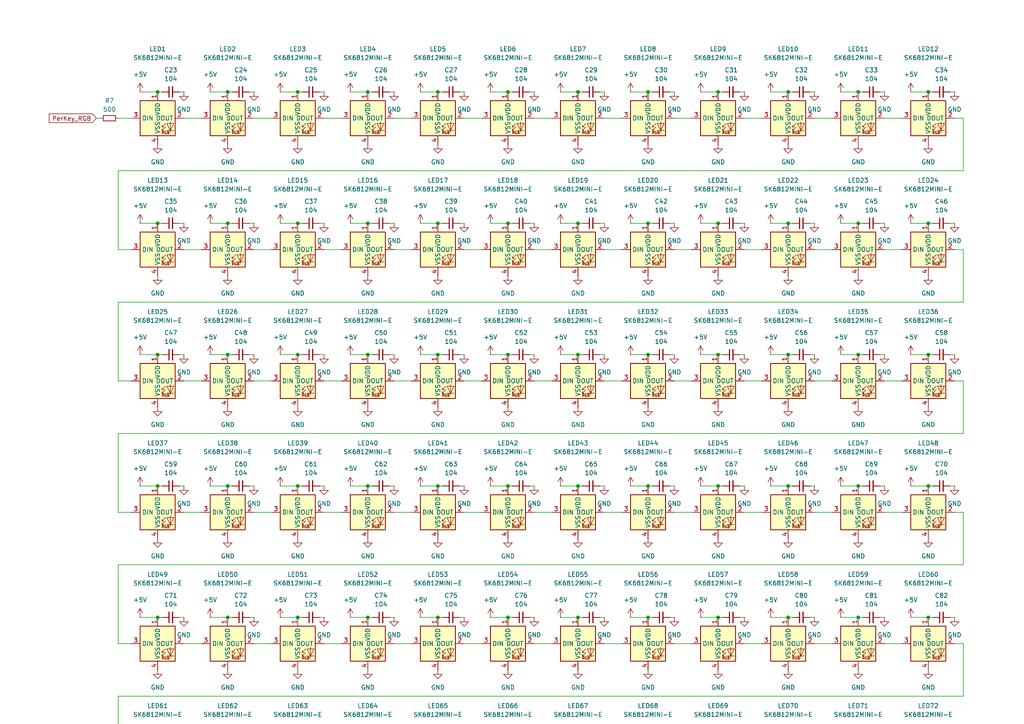
<source format=kicad_sch>
(kicad_sch (version 20231120) (generator "eeschema") (generator_version "8.0")
  (paper "A4")
  (junction (at 66.04 179.07))
  (junction (at 147.32 179.07))
  (junction (at 187.96 255.27))
  (junction (at 147.32 255.27))
  (junction (at 248.92 64.77))
  (junction (at 269.24 140.97))
  (junction (at 86.36 255.27))
  (junction (at 187.96 140.97))
  (junction (at 269.24 102.87))
  (junction (at 45.72 179.07))
  (junction (at 228.6 255.27))
  (junction (at 45.72 26.67))
  (junction (at 269.24 26.67))
  (junction (at 248.92 102.87))
  (junction (at 208.28 26.67))
  (junction (at 127 255.27))
  (junction (at 208.28 179.07))
  (junction (at 187.96 217.17))
  (junction (at 86.36 102.87))
  (junction (at 187.96 102.87))
  (junction (at 208.28 102.87))
  (junction (at 106.68 64.77))
  (junction (at 269.24 179.07))
  (junction (at 147.32 64.77))
  (junction (at 228.6 140.97))
  (junction (at 66.04 140.97))
  (junction (at 187.96 179.07))
  (junction (at 167.64 217.17))
  (junction (at 248.92 255.27))
  (junction (at 228.6 217.17))
  (junction (at 106.68 179.07))
  (junction (at 228.6 102.87))
  (junction (at 147.32 26.67))
  (junction (at 147.32 102.87))
  (junction (at 66.04 26.67))
  (junction (at 86.36 140.97))
  (junction (at 45.72 102.87))
  (junction (at 269.24 255.27))
  (junction (at 66.04 102.87))
  (junction (at 45.72 217.17))
  (junction (at 86.36 179.07))
  (junction (at 127 217.17))
  (junction (at 228.6 179.07))
  (junction (at 228.6 26.67))
  (junction (at 248.92 217.17))
  (junction (at 269.24 217.17))
  (junction (at 167.64 26.67))
  (junction (at 106.68 26.67))
  (junction (at 187.96 64.77))
  (junction (at 86.36 217.17))
  (junction (at 228.6 64.77))
  (junction (at 269.24 64.77))
  (junction (at 127 179.07))
  (junction (at 66.04 217.17))
  (junction (at 106.68 255.27))
  (junction (at 106.68 102.87))
  (junction (at 127 102.87))
  (junction (at 86.36 26.67))
  (junction (at 167.64 140.97))
  (junction (at 106.68 140.97))
  (junction (at 167.64 64.77))
  (junction (at 248.92 26.67))
  (junction (at 45.72 64.77))
  (junction (at 86.36 64.77))
  (junction (at 208.28 217.17))
  (junction (at 147.32 217.17))
  (junction (at 147.32 140.97))
  (junction (at 167.64 255.27))
  (junction (at 167.64 102.87))
  (junction (at 45.72 255.27))
  (junction (at 248.92 179.07))
  (junction (at 127 140.97))
  (junction (at 106.68 217.17))
  (junction (at 208.28 140.97))
  (junction (at 45.72 140.97))
  (junction (at 208.28 255.27))
  (junction (at 66.04 64.77))
  (junction (at 127 26.67))
  (junction (at 187.96 26.67))
  (junction (at 127 64.77))
  (junction (at 66.04 255.27))
  (junction (at 208.28 64.77))
  (junction (at 167.64 179.07))
  (junction (at 248.92 140.97))
  (wire (pts (xy 269.24 217.17) (xy 270.51 217.17)))
  (wire (pts (xy 134.62 34.29) (xy 139.7 34.29)))
  (wire (pts (xy 86.36 140.97) (xy 87.63 140.97)))
  (wire (pts (xy 203.2 26.67) (xy 208.28 26.67)))
  (wire (pts (xy 134.62 148.59) (xy 139.7 148.59)))
  (wire (pts (xy 45.72 140.97) (xy 46.99 140.97)))
  (wire (pts (xy 45.72 26.67) (xy 46.99 26.67)))
  (wire (pts (xy 175.26 224.79) (xy 180.34 224.79)))
  (wire (pts (xy 228.6 140.97) (xy 229.87 140.97)))
  (wire (pts (xy 154.94 148.59) (xy 160.02 148.59)))
  (wire (pts (xy 203.2 217.17) (xy 208.28 217.17)))
  (wire (pts (xy 203.2 64.77) (xy 208.28 64.77)))
  (wire (pts (xy 256.54 140.97) (xy 255.27 140.97)))
  (wire (pts (xy 223.52 102.87) (xy 228.6 102.87)))
  (wire (pts (xy 279.4 148.59) (xy 279.4 163.83)))
  (wire (pts (xy 60.96 217.17) (xy 66.04 217.17)))
  (wire (pts (xy 81.28 26.67) (xy 86.36 26.67)))
  (wire (pts (xy 276.86 224.79) (xy 279.4 224.79)))
  (wire (pts (xy 38.1 110.49) (xy 34.29 110.49)))
  (wire (pts (xy 279.4 34.29) (xy 279.4 49.53)))
  (wire (pts (xy 256.54 148.59) (xy 261.62 148.59)))
  (wire (pts (xy 60.96 26.67) (xy 66.04 26.67)))
  (wire (pts (xy 223.52 140.97) (xy 228.6 140.97)))
  (wire (pts (xy 182.88 179.07) (xy 187.96 179.07)))
  (wire (pts (xy 236.22 34.29) (xy 241.3 34.29)))
  (wire (pts (xy 93.98 26.67) (xy 92.71 26.67)))
  (wire (pts (xy 276.86 140.97) (xy 275.59 140.97)))
  (wire (pts (xy 208.28 26.67) (xy 209.55 26.67)))
  (wire (pts (xy 276.86 102.87) (xy 275.59 102.87)))
  (wire (pts (xy 215.9 224.79) (xy 220.98 224.79)))
  (wire (pts (xy 167.64 217.17) (xy 168.91 217.17)))
  (wire (pts (xy 38.1 34.29) (xy 34.29 34.29)))
  (wire (pts (xy 208.28 179.07) (xy 209.55 179.07)))
  (wire (pts (xy 73.66 102.87) (xy 72.39 102.87)))
  (wire (pts (xy 236.22 186.69) (xy 241.3 186.69)))
  (wire (pts (xy 93.98 110.49) (xy 99.06 110.49)))
  (wire (pts (xy 114.3 217.17) (xy 113.03 217.17)))
  (wire (pts (xy 154.94 255.27) (xy 153.67 255.27)))
  (wire (pts (xy 175.26 217.17) (xy 173.99 217.17)))
  (wire (pts (xy 182.88 140.97) (xy 187.96 140.97)))
  (wire (pts (xy 236.22 148.59) (xy 241.3 148.59)))
  (wire (pts (xy 127 102.87) (xy 128.27 102.87)))
  (wire (pts (xy 195.58 72.39) (xy 200.66 72.39)))
  (wire (pts (xy 203.2 140.97) (xy 208.28 140.97)))
  (wire (pts (xy 73.66 186.69) (xy 78.74 186.69)))
  (wire (pts (xy 256.54 110.49) (xy 261.62 110.49)))
  (wire (pts (xy 53.34 179.07) (xy 52.07 179.07)))
  (wire (pts (xy 147.32 255.27) (xy 148.59 255.27)))
  (wire (pts (xy 167.64 64.77) (xy 168.91 64.77)))
  (wire (pts (xy 73.66 148.59) (xy 78.74 148.59)))
  (wire (pts (xy 101.6 64.77) (xy 106.68 64.77)))
  (wire (pts (xy 60.96 140.97) (xy 66.04 140.97)))
  (wire (pts (xy 73.66 34.29) (xy 78.74 34.29)))
  (wire (pts (xy 279.4 110.49) (xy 279.4 125.73)))
  (wire (pts (xy 175.26 110.49) (xy 180.34 110.49)))
  (wire (pts (xy 276.86 217.17) (xy 275.59 217.17)))
  (wire (pts (xy 269.24 140.97) (xy 270.51 140.97)))
  (wire (pts (xy 154.94 34.29) (xy 160.02 34.29)))
  (wire (pts (xy 208.28 217.17) (xy 209.55 217.17)))
  (wire (pts (xy 243.84 102.87) (xy 248.92 102.87)))
  (wire (pts (xy 134.62 140.97) (xy 133.35 140.97)))
  (wire (pts (xy 264.16 140.97) (xy 269.24 140.97)))
  (wire (pts (xy 195.58 224.79) (xy 200.66 224.79)))
  (wire (pts (xy 127 64.77) (xy 128.27 64.77)))
  (wire (pts (xy 162.56 179.07) (xy 167.64 179.07)))
  (wire (pts (xy 248.92 179.07) (xy 250.19 179.07)))
  (wire (pts (xy 45.72 179.07) (xy 46.99 179.07)))
  (wire (pts (xy 93.98 72.39) (xy 99.06 72.39)))
  (wire (pts (xy 53.34 64.77) (xy 52.07 64.77)))
  (wire (pts (xy 276.86 72.39) (xy 279.4 72.39)))
  (wire (pts (xy 215.9 26.67) (xy 214.63 26.67)))
  (wire (pts (xy 121.92 26.67) (xy 127 26.67)))
  (wire (pts (xy 167.64 140.97) (xy 168.91 140.97)))
  (wire (pts (xy 175.26 179.07) (xy 173.99 179.07)))
  (wire (pts (xy 114.3 224.79) (xy 119.38 224.79)))
  (wire (pts (xy 236.22 262.89) (xy 241.3 262.89)))
  (wire (pts (xy 127 255.27) (xy 128.27 255.27)))
  (wire (pts (xy 195.58 148.59) (xy 200.66 148.59)))
  (wire (pts (xy 121.92 217.17) (xy 127 217.17)))
  (wire (pts (xy 162.56 217.17) (xy 167.64 217.17)))
  (wire (pts (xy 73.66 262.89) (xy 78.74 262.89)))
  (wire (pts (xy 53.34 72.39) (xy 58.42 72.39)))
  (wire (pts (xy 53.34 110.49) (xy 58.42 110.49)))
  (wire (pts (xy 175.26 148.59) (xy 180.34 148.59)))
  (wire (pts (xy 276.86 186.69) (xy 279.4 186.69)))
  (wire (pts (xy 243.84 64.77) (xy 248.92 64.77)))
  (wire (pts (xy 114.3 179.07) (xy 113.03 179.07)))
  (wire (pts (xy 86.36 102.87) (xy 87.63 102.87)))
  (wire (pts (xy 81.28 64.77) (xy 86.36 64.77)))
  (wire (pts (xy 162.56 140.97) (xy 167.64 140.97)))
  (wire (pts (xy 264.16 64.77) (xy 269.24 64.77)))
  (wire (pts (xy 154.94 110.49) (xy 160.02 110.49)))
  (wire (pts (xy 243.84 255.27) (xy 248.92 255.27)))
  (wire (pts (xy 175.26 186.69) (xy 180.34 186.69)))
  (wire (pts (xy 276.86 26.67) (xy 275.59 26.67)))
  (wire (pts (xy 256.54 217.17) (xy 255.27 217.17)))
  (wire (pts (xy 195.58 186.69) (xy 200.66 186.69)))
  (wire (pts (xy 73.66 72.39) (xy 78.74 72.39)))
  (wire (pts (xy 142.24 217.17) (xy 147.32 217.17)))
  (wire (pts (xy 38.1 148.59) (xy 34.29 148.59)))
  (wire (pts (xy 223.52 255.27) (xy 228.6 255.27)))
  (wire (pts (xy 228.6 26.67) (xy 229.87 26.67)))
  (wire (pts (xy 134.62 217.17) (xy 133.35 217.17)))
  (wire (pts (xy 134.62 110.49) (xy 139.7 110.49)))
  (wire (pts (xy 60.96 179.07) (xy 66.04 179.07)))
  (wire (pts (xy 114.3 262.89) (xy 119.38 262.89)))
  (wire (pts (xy 276.86 34.29) (xy 279.4 34.29)))
  (wire (pts (xy 236.22 217.17) (xy 234.95 217.17)))
  (wire (pts (xy 40.64 255.27) (xy 45.72 255.27)))
  (wire (pts (xy 162.56 64.77) (xy 167.64 64.77)))
  (wire (pts (xy 66.04 26.67) (xy 67.31 26.67)))
  (wire (pts (xy 195.58 64.77) (xy 194.31 64.77)))
  (wire (pts (xy 34.29 87.63) (xy 34.29 110.49)))
  (wire (pts (xy 187.96 140.97) (xy 189.23 140.97)))
  (wire (pts (xy 53.34 262.89) (xy 58.42 262.89)))
  (wire (pts (xy 53.34 186.69) (xy 58.42 186.69)))
  (wire (pts (xy 34.29 125.73) (xy 34.29 148.59)))
  (wire (pts (xy 154.94 64.77) (xy 153.67 64.77)))
  (wire (pts (xy 248.92 255.27) (xy 250.19 255.27)))
  (wire (pts (xy 223.52 179.07) (xy 228.6 179.07)))
  (wire (pts (xy 127 140.97) (xy 128.27 140.97)))
  (wire (pts (xy 142.24 255.27) (xy 147.32 255.27)))
  (wire (pts (xy 106.68 26.67) (xy 107.95 26.67)))
  (wire (pts (xy 154.94 186.69) (xy 160.02 186.69)))
  (wire (pts (xy 236.22 140.97) (xy 234.95 140.97)))
  (wire (pts (xy 93.98 140.97) (xy 92.71 140.97)))
  (wire (pts (xy 93.98 186.69) (xy 99.06 186.69)))
  (wire (pts (xy 40.64 26.67) (xy 45.72 26.67)))
  (wire (pts (xy 228.6 255.27) (xy 229.87 255.27)))
  (wire (pts (xy 154.94 102.87) (xy 153.67 102.87)))
  (wire (pts (xy 256.54 64.77) (xy 255.27 64.77)))
  (wire (pts (xy 114.3 140.97) (xy 113.03 140.97)))
  (wire (pts (xy 279.4 240.03) (xy 34.29 240.03)))
  (wire (pts (xy 276.86 255.27) (xy 275.59 255.27)))
  (wire (pts (xy 38.1 186.69) (xy 34.29 186.69)))
  (wire (pts (xy 147.32 102.87) (xy 148.59 102.87)))
  (wire (pts (xy 175.26 34.29) (xy 180.34 34.29)))
  (wire (pts (xy 86.36 26.67) (xy 87.63 26.67)))
  (wire (pts (xy 53.34 148.59) (xy 58.42 148.59)))
  (wire (pts (xy 134.62 186.69) (xy 139.7 186.69)))
  (wire (pts (xy 38.1 224.79) (xy 34.29 224.79)))
  (wire (pts (xy 81.28 217.17) (xy 86.36 217.17)))
  (wire (pts (xy 93.98 179.07) (xy 92.71 179.07)))
  (wire (pts (xy 106.68 64.77) (xy 107.95 64.77)))
  (wire (pts (xy 208.28 255.27) (xy 209.55 255.27)))
  (wire (pts (xy 101.6 26.67) (xy 106.68 26.67)))
  (wire (pts (xy 40.64 179.07) (xy 45.72 179.07)))
  (wire (pts (xy 93.98 224.79) (xy 99.06 224.79)))
  (wire (pts (xy 121.92 64.77) (xy 127 64.77)))
  (wire (pts (xy 60.96 64.77) (xy 66.04 64.77)))
  (wire (pts (xy 215.9 110.49) (xy 220.98 110.49)))
  (wire (pts (xy 53.34 34.29) (xy 58.42 34.29)))
  (wire (pts (xy 86.36 179.07) (xy 87.63 179.07)))
  (wire (pts (xy 66.04 217.17) (xy 67.31 217.17)))
  (wire (pts (xy 53.34 224.79) (xy 58.42 224.79)))
  (wire (pts (xy 215.9 255.27) (xy 214.63 255.27)))
  (wire (pts (xy 228.6 102.87) (xy 229.87 102.87)))
  (wire (pts (xy 93.98 255.27) (xy 92.71 255.27)))
  (wire (pts (xy 215.9 217.17) (xy 214.63 217.17)))
  (wire (pts (xy 264.16 217.17) (xy 269.24 217.17)))
  (wire (pts (xy 215.9 186.69) (xy 220.98 186.69)))
  (wire (pts (xy 195.58 255.27) (xy 194.31 255.27)))
  (wire (pts (xy 215.9 34.29) (xy 220.98 34.29)))
  (wire (pts (xy 167.64 255.27) (xy 168.91 255.27)))
  (wire (pts (xy 66.04 102.87) (xy 67.31 102.87)))
  (wire (pts (xy 269.24 64.77) (xy 270.51 64.77)))
  (wire (pts (xy 60.96 255.27) (xy 66.04 255.27)))
  (wire (pts (xy 34.29 240.03) (xy 34.29 262.89)))
  (wire (pts (xy 175.26 72.39) (xy 180.34 72.39)))
  (wire (pts (xy 269.24 179.07) (xy 270.51 179.07)))
  (wire (pts (xy 236.22 72.39) (xy 241.3 72.39)))
  (wire (pts (xy 134.62 179.07) (xy 133.35 179.07)))
  (wire (pts (xy 279.4 87.63) (xy 34.29 87.63)))
  (wire (pts (xy 208.28 140.97) (xy 209.55 140.97)))
  (wire (pts (xy 134.62 224.79) (xy 139.7 224.79)))
  (wire (pts (xy 81.28 179.07) (xy 86.36 179.07)))
  (wire (pts (xy 256.54 186.69) (xy 261.62 186.69)))
  (wire (pts (xy 45.72 64.77) (xy 46.99 64.77)))
  (wire (pts (xy 114.3 72.39) (xy 119.38 72.39)))
  (wire (pts (xy 93.98 262.89) (xy 99.06 262.89)))
  (wire (pts (xy 248.92 64.77) (xy 250.19 64.77)))
  (wire (pts (xy 93.98 64.77) (xy 92.71 64.77)))
  (wire (pts (xy 134.62 262.89) (xy 139.7 262.89)))
  (wire (pts (xy 73.66 224.79) (xy 78.74 224.79)))
  (wire (pts (xy 114.3 110.49) (xy 119.38 110.49)))
  (wire (pts (xy 106.68 255.27) (xy 107.95 255.27)))
  (wire (pts (xy 175.26 255.27) (xy 173.99 255.27)))
  (wire (pts (xy 228.6 217.17) (xy 229.87 217.17)))
  (wire (pts (xy 236.22 179.07) (xy 234.95 179.07)))
  (wire (pts (xy 121.92 179.07) (xy 127 179.07)))
  (wire (pts (xy 147.32 64.77) (xy 148.59 64.77)))
  (wire (pts (xy 147.32 140.97) (xy 148.59 140.97)))
  (wire (pts (xy 236.22 255.27) (xy 234.95 255.27)))
  (wire (pts (xy 182.88 255.27) (xy 187.96 255.27)))
  (wire (pts (xy 34.29 49.53) (xy 34.29 72.39)))
  (wire (pts (xy 279.4 72.39) (xy 279.4 87.63)))
  (wire (pts (xy 256.54 72.39) (xy 261.62 72.39)))
  (wire (pts (xy 167.64 102.87) (xy 168.91 102.87)))
  (wire (pts (xy 106.68 140.97) (xy 107.95 140.97)))
  (wire (pts (xy 276.86 110.49) (xy 279.4 110.49)))
  (wire (pts (xy 93.98 217.17) (xy 92.71 217.17)))
  (wire (pts (xy 279.4 125.73) (xy 34.29 125.73)))
  (wire (pts (xy 53.34 26.67) (xy 52.07 26.67)))
  (wire (pts (xy 248.92 217.17) (xy 250.19 217.17)))
  (wire (pts (xy 106.68 179.07) (xy 107.95 179.07)))
  (wire (pts (xy 256.54 102.87) (xy 255.27 102.87)))
  (wire (pts (xy 142.24 64.77) (xy 147.32 64.77)))
  (wire (pts (xy 195.58 26.67) (xy 194.31 26.67)))
  (wire (pts (xy 40.64 102.87) (xy 45.72 102.87)))
  (wire (pts (xy 114.3 255.27) (xy 113.03 255.27)))
  (wire (pts (xy 276.86 148.59) (xy 279.4 148.59)))
  (wire (pts (xy 236.22 26.67) (xy 234.95 26.67)))
  (wire (pts (xy 154.94 179.07) (xy 153.67 179.07)))
  (wire (pts (xy 40.64 217.17) (xy 45.72 217.17)))
  (wire (pts (xy 269.24 255.27) (xy 270.51 255.27)))
  (wire (pts (xy 73.66 140.97) (xy 72.39 140.97)))
  (wire (pts (xy 167.64 179.07) (xy 168.91 179.07)))
  (wire (pts (xy 182.88 217.17) (xy 187.96 217.17)))
  (wire (pts (xy 256.54 26.67) (xy 255.27 26.67)))
  (wire (pts (xy 269.24 26.67) (xy 270.51 26.67)))
  (wire (pts (xy 53.34 140.97) (xy 52.07 140.97)))
  (wire (pts (xy 182.88 26.67) (xy 187.96 26.67)))
  (wire (pts (xy 121.92 255.27) (xy 127 255.27)))
  (wire (pts (xy 142.24 140.97) (xy 147.32 140.97)))
  (wire (pts (xy 223.52 217.17) (xy 228.6 217.17)))
  (wire (pts (xy 40.64 64.77) (xy 45.72 64.77)))
  (wire (pts (xy 256.54 255.27) (xy 255.27 255.27)))
  (wire (pts (xy 236.22 110.49) (xy 241.3 110.49)))
  (wire (pts (xy 208.28 64.77) (xy 209.55 64.77)))
  (wire (pts (xy 195.58 140.97) (xy 194.31 140.97)))
  (wire (pts (xy 73.66 179.07) (xy 72.39 179.07)))
  (wire (pts (xy 66.04 255.27) (xy 67.31 255.27)))
  (wire (pts (xy 248.92 102.87) (xy 250.19 102.87)))
  (wire (pts (xy 73.66 217.17) (xy 72.39 217.17)))
  (wire (pts (xy 256.54 224.79) (xy 261.62 224.79)))
  (wire (pts (xy 228.6 179.07) (xy 229.87 179.07)))
  (wire (pts (xy 162.56 102.87) (xy 167.64 102.87)))
  (wire (pts (xy 127 179.07) (xy 128.27 179.07)))
  (wire (pts (xy 114.3 64.77) (xy 113.03 64.77)))
  (wire (pts (xy 154.94 140.97) (xy 153.67 140.97)))
  (wire (pts (xy 101.6 102.87) (xy 106.68 102.87)))
  (wire (pts (xy 86.36 217.17) (xy 87.63 217.17)))
  (wire (pts (xy 203.2 102.87) (xy 208.28 102.87)))
  (wire (pts (xy 93.98 102.87) (xy 92.71 102.87)))
  (wire (pts (xy 187.96 217.17) (xy 189.23 217.17)))
  (wire (pts (xy 154.94 217.17) (xy 153.67 217.17)))
  (wire (pts (xy 243.84 179.07) (xy 248.92 179.07)))
  (wire (pts (xy 187.96 255.27) (xy 189.23 255.27)))
  (wire (pts (xy 101.6 255.27) (xy 106.68 255.27)))
  (wire (pts (xy 187.96 102.87) (xy 189.23 102.87)))
  (wire (pts (xy 215.9 72.39) (xy 220.98 72.39)))
  (wire (pts (xy 60.96 102.87) (xy 66.04 102.87)))
  (wire (pts (xy 142.24 179.07) (xy 147.32 179.07)))
  (wire (pts (xy 134.62 64.77) (xy 133.35 64.77)))
  (wire (pts (xy 279.4 163.83) (xy 34.29 163.83)))
  (wire (pts (xy 147.32 179.07) (xy 148.59 179.07)))
  (wire (pts (xy 101.6 217.17) (xy 106.68 217.17)))
  (wire (pts (xy 114.3 34.29) (xy 119.38 34.29)))
  (wire (pts (xy 154.94 262.89) (xy 160.02 262.89)))
  (wire (pts (xy 45.72 255.27) (xy 46.99 255.27)))
  (wire (pts (xy 81.28 140.97) (xy 86.36 140.97)))
  (wire (pts (xy 195.58 34.29) (xy 200.66 34.29)))
  (wire (pts (xy 66.04 140.97) (xy 67.31 140.97)))
  (wire (pts (xy 127 26.67) (xy 128.27 26.67)))
  (wire (pts (xy 93.98 34.29) (xy 99.06 34.29)))
  (wire (pts (xy 127 217.17) (xy 128.27 217.17)))
  (wire (pts (xy 243.84 140.97) (xy 248.92 140.97)))
  (wire (pts (xy 154.94 72.39) (xy 160.02 72.39)))
  (wire (pts (xy 215.9 148.59) (xy 220.98 148.59)))
  (wire (pts (xy 175.26 262.89) (xy 180.34 262.89)))
  (wire (pts (xy 276.86 179.07) (xy 275.59 179.07)))
  (wire (pts (xy 236.22 64.77) (xy 234.95 64.77)))
  (wire (pts (xy 34.29 201.93) (xy 34.29 224.79)))
  (wire (pts (xy 195.58 262.89) (xy 200.66 262.89)))
  (wire (pts (xy 53.34 255.27) (xy 52.07 255.27)))
  (wire (pts (xy 38.1 262.89) (xy 34.29 262.89)))
  (wire (pts (xy 236.22 102.87) (xy 234.95 102.87)))
  (wire (pts (xy 256.54 34.29) (xy 261.62 34.29)))
  (wire (pts (xy 208.28 102.87) (xy 209.55 102.87)))
  (wire (pts (xy 29.21 34.29) (xy 27.94 34.29)))
  (wire (pts (xy 195.58 179.07) (xy 194.31 179.07)))
  (wire (pts (xy 223.52 26.67) (xy 228.6 26.67)))
  (wire (pts (xy 215.9 262.89) (xy 220.98 262.89)))
  (wire (pts (xy 134.62 102.87) (xy 133.35 102.87)))
  (wire (pts (xy 134.62 255.27) (xy 133.35 255.27)))
  (wire (pts (xy 187.96 26.67) (xy 189.23 26.67)))
  (wire (pts (xy 73.66 255.27) (xy 72.39 255.27)))
  (wire (pts (xy 142.24 26.67) (xy 147.32 26.67)))
  (wire (pts (xy 195.58 217.17) (xy 194.31 217.17)))
  (wire (pts (xy 195.58 110.49) (xy 200.66 110.49)))
  (wire (pts (xy 167.64 26.67) (xy 168.91 26.67)))
  (wire (pts (xy 66.04 64.77) (xy 67.31 64.77)))
  (wire (pts (xy 264.16 26.67) (xy 269.24 26.67)))
  (wire (pts (xy 215.9 102.87) (xy 214.63 102.87)))
  (wire (pts (xy 45.72 102.87) (xy 46.99 102.87)))
  (wire (pts (xy 279.4 49.53) (xy 34.29 49.53)))
  (wire (pts (xy 162.56 26.67) (xy 167.64 26.67)))
  (wire (pts (xy 86.36 255.27) (xy 87.63 255.27)))
  (wire (pts (xy 279.4 186.69) (xy 279.4 201.93)))
  (wire (pts (xy 38.1 72.39) (xy 34.29 72.39)))
  (wire (pts (xy 93.98 148.59) (xy 99.06 148.59)))
  (wire (pts (xy 73.66 64.77) (xy 72.39 64.77)))
  (wire (pts (xy 248.92 140.97) (xy 250.19 140.97)))
  (wire (pts (xy 81.28 255.27) (xy 86.36 255.27)))
  (wire (pts (xy 142.24 102.87) (xy 147.32 102.87)))
  (wire (pts (xy 121.92 102.87) (xy 127 102.87)))
  (wire (pts (xy 121.92 140.97) (xy 127 140.97)))
  (wire (pts (xy 45.72 217.17) (xy 46.99 217.17)))
  (wire (pts (xy 182.88 64.77) (xy 187.96 64.77)))
  (wire (pts (xy 162.56 255.27) (xy 167.64 255.27)))
  (wire (pts (xy 236.22 224.79) (xy 241.3 224.79)))
  (wire (pts (xy 101.6 179.07) (xy 106.68 179.07)))
  (wire (pts (xy 264.16 179.07) (xy 269.24 179.07)))
  (wire (pts (xy 228.6 64.77) (xy 229.87 64.77)))
  (wire (pts (xy 203.2 179.07) (xy 208.28 179.07)))
  (wire (pts (xy 256.54 179.07) (xy 255.27 179.07)))
  (wire (pts (xy 106.68 102.87) (xy 107.95 102.87)))
  (wire (pts (xy 215.9 64.77) (xy 214.63 64.77)))
  (wire (pts (xy 154.94 26.67) (xy 153.67 26.67)))
  (wire (pts (xy 81.28 102.87) (xy 86.36 102.87)))
  (wire (pts (xy 243.84 217.17) (xy 248.92 217.17)))
  (wire (pts (xy 175.26 140.97) (xy 173.99 140.97)))
  (wire (pts (xy 147.32 26.67) (xy 148.59 26.67)))
  (wire (pts (xy 215.9 179.07) (xy 214.63 179.07)))
  (wire (pts (xy 175.26 26.67) (xy 173.99 26.67)))
  (wire (pts (xy 114.3 186.69) (xy 119.38 186.69)))
  (wire (pts (xy 276.86 64.77) (xy 275.59 64.77)))
  (wire (pts (xy 114.3 102.87) (xy 113.03 102.87)))
  (wire (pts (xy 187.96 64.77) (xy 189.23 64.77)))
  (wire (pts (xy 101.6 140.97) (xy 106.68 140.97)))
  (wire (pts (xy 195.58 102.87) (xy 194.31 102.87)))
  (wire (pts (xy 269.24 102.87) (xy 270.51 102.87)))
  (wire (pts (xy 248.92 26.67) (xy 250.19 26.67)))
  (wire (pts (xy 53.34 217.17) (xy 52.07 217.17)))
  (wire (pts (xy 34.29 163.83) (xy 34.29 186.69)))
  (wire (pts (xy 134.62 72.39) (xy 139.7 72.39)))
  (wire (pts (xy 53.34 102.87) (xy 52.07 102.87)))
  (wire (pts (xy 134.62 26.67) (xy 133.35 26.67)))
  (wire (pts (xy 40.64 140.97) (xy 45.72 140.97)))
  (wire (pts (xy 264.16 102.87) (xy 269.24 102.87)))
  (wire (pts (xy 154.94 224.79) (xy 160.02 224.79)))
  (wire (pts (xy 175.26 102.87) (xy 173.99 102.87)))
  (wire (pts (xy 223.52 64.77) (xy 228.6 64.77)))
  (wire (pts (xy 106.68 217.17) (xy 107.95 217.17)))
  (wire (pts (xy 147.32 217.17) (xy 148.59 217.17)))
  (wire (pts (xy 215.9 140.97) (xy 214.63 140.97)))
  (wire (pts (xy 114.3 26.67) (xy 113.03 26.67)))
  (wire (pts (xy 279.4 224.79) (xy 279.4 240.03)))
  (wire (pts (xy 243.84 26.67) (xy 248.92 26.67)))
  (wire (pts (xy 256.54 262.89) (xy 261.62 262.89)))
  (wire (pts (xy 187.96 179.07) (xy 189.23 179.07)))
  (wire (pts (xy 73.66 110.49) (xy 78.74 110.49)))
  (wire (pts (xy 264.16 255.27) (xy 269.24 255.27)))
  (wire (pts (xy 114.3 148.59) (xy 119.38 148.59)))
  (wire (pts (xy 203.2 255.27) (xy 208.28 255.27)))
  (wire (pts (xy 182.88 102.87) (xy 187.96 102.87)))
  (wire (pts (xy 279.4 201.93) (xy 34.29 201.93)))
  (wire (pts (xy 86.36 64.77) (xy 87.63 64.77)))
  (wire (pts (xy 175.26 64.77) (xy 173.99 64.77)))
  (wire (pts (xy 73.66 26.67) (xy 72.39 26.67)))
  (wire (pts (xy 66.04 179.07) (xy 67.31 179.07)))
  (global_label "PerKey_RGB" (shape input) (at 27.94 34.29 180) (property "Intersheetrefs" "${INTERSHEET_REFS}" (effects (hide yes))))
  (symbol (lib_id "Device:C_Small") (at 49.53 255.27 90) (unit 1)
    (property "Reference" "C95" (at 49.5363 248.92 90))
    (property "Value" "104" (at 49.5363 251.46 90))
    (property "Footprint" "Diode_SMD:D_SOD-123" (effects (hide yes)))
    (property "Description" "Unpolarized capacitor, small symbol" (effects (hide yes)))
  )
  (symbol (lib_id "power:GND") (at 93.98 140.97 0) (unit 1)
    (property "Reference" "#PWR0167" (effects (hide yes)))
    (property "Value" "GND" (at 93.98 146.05 0))
    (property "Description" "Power symbol creates a global label with name \"GND\" , ground" (effects (hide yes)))
  )
  (symbol (lib_id "power:GND") (at 114.3 102.87 0) (unit 1)
    (property "Reference" "#PWR0133" (effects (hide yes)))
    (property "Value" "GND" (at 114.3 107.95 0))
    (property "Description" "Power symbol creates a global label with name \"GND\" , ground" (effects (hide yes)))
  )
  (symbol (lib_id "power:+5V") (at 40.64 140.97 0) (unit 1)
    (property "Reference" "#PWR0162" (effects (hide yes)))
    (property "Value" "+5V" (at 40.64 135.89 0))
    (property "Description" "Power symbol creates a global label with name \"+5V\"" (effects (hide yes)))
  )
  (symbol (lib_id "PCM_marbastlib-various:SK6812MINI-E") (at 45.72 262.89 0) (unit 1)
    (property "Reference" "LED73" (at 45.72 242.824 0))
    (property "Value" "SK6812MINI-E" (at 45.72 245.364 0))
    (property "Footprint" "PCM_marbastlib-various:LED_6028R" (effects (hide yes)))
    (property "Description" "Reverse mount adressable LED (WS2812 protocol)" (effects (hide yes)))
  )
  (symbol (lib_id "power:GND") (at 248.92 41.91 0) (unit 1)
    (property "Reference" "#PWR088" (effects (hide yes)))
    (property "Value" "GND" (at 248.92 46.99 0))
    (property "Description" "Power symbol creates a global label with name \"GND\" , ground" (effects (hide yes)))
  )
  (symbol (lib_id "power:+5V") (at 101.6 217.17 0) (unit 1)
    (property "Reference" "#PWR0240" (effects (hide yes)))
    (property "Value" "+5V" (at 101.6 212.09 0))
    (property "Description" "Power symbol creates a global label with name \"+5V\"" (effects (hide yes)))
  )
  (symbol (lib_id "power:GND") (at 86.36 80.01 0) (unit 1)
    (property "Reference" "#PWR0116" (effects (hide yes)))
    (property "Value" "GND" (at 86.36 85.09 0))
    (property "Description" "Power symbol creates a global label with name \"GND\" , ground" (effects (hide yes)))
  )
  (symbol (lib_id "power:GND") (at 228.6 232.41 0) (unit 1)
    (property "Reference" "#PWR0267" (effects (hide yes)))
    (property "Value" "GND" (at 228.6 237.49 0))
    (property "Description" "Power symbol creates a global label with name \"GND\" , ground" (effects (hide yes)))
  )
  (symbol (lib_id "power:GND") (at 175.26 255.27 0) (unit 1)
    (property "Reference" "#PWR0283" (effects (hide yes)))
    (property "Value" "GND" (at 175.26 260.35 0))
    (property "Description" "Power symbol creates a global label with name \"GND\" , ground" (effects (hide yes)))
  )
  (symbol (lib_id "PCM_marbastlib-various:SK6812MINI-E") (at 208.28 148.59 0) (unit 1)
    (property "Reference" "LED45" (at 208.28 128.524 0))
    (property "Value" "SK6812MINI-E" (at 208.28 131.064 0))
    (property "Footprint" "PCM_marbastlib-various:LED_6028R" (effects (hide yes)))
    (property "Description" "Reverse mount adressable LED (WS2812 protocol)" (effects (hide yes)))
  )
  (symbol (lib_id "Device:C_Small") (at 69.85 140.97 90) (unit 1)
    (property "Reference" "C60" (at 69.8563 134.62 90))
    (property "Value" "104" (at 69.8563 137.16 90))
    (property "Footprint" "Diode_SMD:D_SOD-123" (effects (hide yes)))
    (property "Description" "Unpolarized capacitor, small symbol" (effects (hide yes)))
  )
  (symbol (lib_id "PCM_marbastlib-various:SK6812MINI-E") (at 167.64 262.89 0) (unit 1)
    (property "Reference" "LED79" (at 167.64 242.824 0))
    (property "Value" "SK6812MINI-E" (at 167.64 245.364 0))
    (property "Footprint" "PCM_marbastlib-various:LED_6028R" (effects (hide yes)))
    (property "Description" "Reverse mount adressable LED (WS2812 protocol)" (effects (hide yes)))
  )
  (symbol (lib_id "Device:C_Small") (at 232.41 217.17 90) (unit 1)
    (property "Reference" "C92" (at 232.4163 210.82 90))
    (property "Value" "104" (at 232.4163 213.36 90))
    (property "Footprint" "Diode_SMD:D_SOD-123" (effects (hide yes)))
    (property "Description" "Unpolarized capacitor, small symbol" (effects (hide yes)))
  )
  (symbol (lib_id "power:GND") (at 208.28 270.51 0) (unit 1)
    (property "Reference" "#PWR0302" (effects (hide yes)))
    (property "Value" "GND" (at 208.28 275.59 0))
    (property "Description" "Power symbol creates a global label with name \"GND\" , ground" (effects (hide yes)))
  )
  (symbol (lib_id "power:GND") (at 93.98 102.87 0) (unit 1)
    (property "Reference" "#PWR0131" (effects (hide yes)))
    (property "Value" "GND" (at 93.98 107.95 0))
    (property "Description" "Power symbol creates a global label with name \"GND\" , ground" (effects (hide yes)))
  )
  (symbol (lib_id "power:+5V") (at 40.64 26.67 0) (unit 1)
    (property "Reference" "#PWR054" (effects (hide yes)))
    (property "Value" "+5V" (at 40.64 21.59 0))
    (property "Description" "Power symbol creates a global label with name \"+5V\"" (effects (hide yes)))
  )
  (symbol (lib_id "power:GND") (at 86.36 118.11 0) (unit 1)
    (property "Reference" "#PWR0152" (effects (hide yes)))
    (property "Value" "GND" (at 86.36 123.19 0))
    (property "Description" "Power symbol creates a global label with name \"GND\" , ground" (effects (hide yes)))
  )
  (symbol (lib_id "power:GND") (at 45.72 156.21 0) (unit 1)
    (property "Reference" "#PWR0186" (effects (hide yes)))
    (property "Value" "GND" (at 45.72 161.29 0))
    (property "Description" "Power symbol creates a global label with name \"GND\" , ground" (effects (hide yes)))
  )
  (symbol (lib_id "power:GND") (at 248.92 232.41 0) (unit 1)
    (property "Reference" "#PWR0268" (effects (hide yes)))
    (property "Value" "GND" (at 248.92 237.49 0))
    (property "Description" "Power symbol creates a global label with name \"GND\" , ground" (effects (hide yes)))
  )
  (symbol (lib_id "power:GND") (at 248.92 270.51 0) (unit 1)
    (property "Reference" "#PWR0304" (effects (hide yes)))
    (property "Value" "GND" (at 248.92 275.59 0))
    (property "Description" "Power symbol creates a global label with name \"GND\" , ground" (effects (hide yes)))
  )
  (symbol (lib_id "power:+5V") (at 121.92 140.97 0) (unit 1)
    (property "Reference" "#PWR0170" (effects (hide yes)))
    (property "Value" "+5V" (at 121.92 135.89 0))
    (property "Description" "Power symbol creates a global label with name \"+5V\"" (effects (hide yes)))
  )
  (symbol (lib_id "power:GND") (at 276.86 255.27 0) (unit 1)
    (property "Reference" "#PWR0293" (effects (hide yes)))
    (property "Value" "GND" (at 276.86 260.35 0))
    (property "Description" "Power symbol creates a global label with name \"GND\" , ground" (effects (hide yes)))
  )
  (symbol (lib_id "PCM_marbastlib-various:SK6812MINI-E") (at 147.32 148.59 0) (unit 1)
    (property "Reference" "LED42" (at 147.32 128.524 0))
    (property "Value" "SK6812MINI-E" (at 147.32 131.064 0))
    (property "Footprint" "PCM_marbastlib-various:LED_6028R" (effects (hide yes)))
    (property "Description" "Reverse mount adressable LED (WS2812 protocol)" (effects (hide yes)))
  )
  (symbol (lib_id "power:GND") (at 215.9 217.17 0) (unit 1)
    (property "Reference" "#PWR0251" (effects (hide yes)))
    (property "Value" "GND" (at 215.9 222.25 0))
    (property "Description" "Power symbol creates a global label with name \"GND\" , ground" (effects (hide yes)))
  )
  (symbol (lib_id "Device:C_Small") (at 130.81 64.77 90) (unit 1)
    (property "Reference" "C39" (at 130.8163 58.42 90))
    (property "Value" "104" (at 130.8163 60.96 90))
    (property "Footprint" "Diode_SMD:D_SOD-123" (effects (hide yes)))
    (property "Description" "Unpolarized capacitor, small symbol" (effects (hide yes)))
  )
  (symbol (lib_id "power:+5V") (at 142.24 255.27 0) (unit 1)
    (property "Reference" "#PWR0280" (effects (hide yes)))
    (property "Value" "+5V" (at 142.24 250.19 0))
    (property "Description" "Power symbol creates a global label with name \"+5V\"" (effects (hide yes)))
  )
  (symbol (lib_id "Device:C_Small") (at 151.13 179.07 90) (unit 1)
    (property "Reference" "C76" (at 151.1363 172.72 90))
    (property "Value" "104" (at 151.1363 175.26 90))
    (property "Footprint" "Diode_SMD:D_SOD-123" (effects (hide yes)))
    (property "Description" "Unpolarized capacitor, small symbol" (effects (hide yes)))
  )
  (symbol (lib_id "PCM_marbastlib-various:SK6812MINI-E") (at 248.92 110.49 0) (unit 1)
    (property "Reference" "LED35" (at 248.92 90.424 0))
    (property "Value" "SK6812MINI-E" (at 248.92 92.964 0))
    (property "Footprint" "PCM_marbastlib-various:LED_6028R" (effects (hide yes)))
    (property "Description" "Reverse mount adressable LED (WS2812 protocol)" (effects (hide yes)))
  )
  (symbol (lib_id "Device:C_Small") (at 110.49 140.97 90) (unit 1)
    (property "Reference" "C62" (at 110.4963 134.62 90))
    (property "Value" "104" (at 110.4963 137.16 90))
    (property "Footprint" "Diode_SMD:D_SOD-123" (effects (hide yes)))
    (property "Description" "Unpolarized capacitor, small symbol" (effects (hide yes)))
  )
  (symbol (lib_id "power:GND") (at 195.58 26.67 0) (unit 1)
    (property "Reference" "#PWR069" (effects (hide yes)))
    (property "Value" "GND" (at 195.58 31.75 0))
    (property "Description" "Power symbol creates a global label with name \"GND\" , ground" (effects (hide yes)))
  )
  (symbol (lib_id "Device:C_Small") (at 191.77 26.67 90) (unit 1)
    (property "Reference" "C30" (at 191.7763 20.32 90))
    (property "Value" "104" (at 191.7763 22.86 90))
    (property "Footprint" "Diode_SMD:D_SOD-123" (effects (hide yes)))
    (property "Description" "Unpolarized capacitor, small symbol" (effects (hide yes)))
  )
  (symbol (lib_id "power:+5V") (at 223.52 26.67 0) (unit 1)
    (property "Reference" "#PWR072" (effects (hide yes)))
    (property "Value" "+5V" (at 223.52 21.59 0))
    (property "Description" "Power symbol creates a global label with name \"+5V\"" (effects (hide yes)))
  )
  (symbol (lib_id "power:GND") (at 228.6 270.51 0) (unit 1)
    (property "Reference" "#PWR0303" (effects (hide yes)))
    (property "Value" "GND" (at 228.6 275.59 0))
    (property "Description" "Power symbol creates a global label with name \"GND\" , ground" (effects (hide yes)))
  )
  (symbol (lib_id "Device:C_Small") (at 252.73 217.17 90) (unit 1)
    (property "Reference" "C93" (at 252.7363 210.82 90))
    (property "Value" "104" (at 252.7363 213.36 90))
    (property "Footprint" "Diode_SMD:D_SOD-123" (effects (hide yes)))
    (property "Description" "Unpolarized capacitor, small symbol" (effects (hide yes)))
  )
  (symbol (lib_id "PCM_marbastlib-various:SK6812MINI-E") (at 86.36 72.39 0) (unit 1)
    (property "Reference" "LED15" (at 86.36 52.324 0))
    (property "Value" "SK6812MINI-E" (at 86.36 54.864 0))
    (property "Footprint" "PCM_marbastlib-various:LED_6028R" (effects (hide yes)))
    (property "Description" "Reverse mount adressable LED (WS2812 protocol)" (effects (hide yes)))
  )
  (symbol (lib_id "power:GND") (at 236.22 217.17 0) (unit 1)
    (property "Reference" "#PWR0253" (effects (hide yes)))
    (property "Value" "GND" (at 236.22 222.25 0))
    (property "Description" "Power symbol creates a global label with name \"GND\" , ground" (effects (hide yes)))
  )
  (symbol (lib_id "Device:C_Small") (at 49.53 64.77 90) (unit 1)
    (property "Reference" "C35" (at 49.5363 58.42 90))
    (property "Value" "104" (at 49.5363 60.96 90))
    (property "Footprint" "Diode_SMD:D_SOD-123" (effects (hide yes)))
    (property "Description" "Unpolarized capacitor, small symbol" (effects (hide yes)))
  )
  (symbol (lib_id "PCM_marbastlib-various:SK6812MINI-E") (at 127 34.29 0) (unit 1)
    (property "Reference" "LED5" (at 127 14.224 0))
    (property "Value" "SK6812MINI-E" (at 127 16.764 0))
    (property "Footprint" "PCM_marbastlib-various:LED_6028R" (effects (hide yes)))
    (property "Description" "Reverse mount adressable LED (WS2812 protocol)" (effects (hide yes)))
  )
  (symbol (lib_id "power:GND") (at 93.98 217.17 0) (unit 1)
    (property "Reference" "#PWR0239" (effects (hide yes)))
    (property "Value" "GND" (at 93.98 222.25 0))
    (property "Description" "Power symbol creates a global label with name \"GND\" , ground" (effects (hide yes)))
  )
  (symbol (lib_id "power:GND") (at 86.36 270.51 0) (unit 1)
    (property "Reference" "#PWR0296" (effects (hide yes)))
    (property "Value" "GND" (at 86.36 275.59 0))
    (property "Description" "Power symbol creates a global label with name \"GND\" , ground" (effects (hide yes)))
  )
  (symbol (lib_id "power:GND") (at 106.68 232.41 0) (unit 1)
    (property "Reference" "#PWR0261" (effects (hide yes)))
    (property "Value" "GND" (at 106.68 237.49 0))
    (property "Description" "Power symbol creates a global label with name \"GND\" , ground" (effects (hide yes)))
  )
  (symbol (lib_id "Device:C_Small") (at 110.49 217.17 90) (unit 1)
    (property "Reference" "C86" (at 110.4963 210.82 90))
    (property "Value" "104" (at 110.4963 213.36 90))
    (property "Footprint" "Diode_SMD:D_SOD-123" (effects (hide yes)))
    (property "Description" "Unpolarized capacitor, small symbol" (effects (hide yes)))
  )
  (symbol (lib_id "power:+5V") (at 121.92 102.87 0) (unit 1)
    (property "Reference" "#PWR0134" (effects (hide yes)))
    (property "Value" "+5V" (at 121.92 97.79 0))
    (property "Description" "Power symbol creates a global label with name \"+5V\"" (effects (hide yes)))
  )
  (symbol (lib_id "PCM_marbastlib-various:SK6812MINI-E") (at 45.72 148.59 0) (unit 1)
    (property "Reference" "LED37" (at 45.72 128.524 0))
    (property "Value" "SK6812MINI-E" (at 45.72 131.064 0))
    (property "Footprint" "PCM_marbastlib-various:LED_6028R" (effects (hide yes)))
    (property "Description" "Reverse mount adressable LED (WS2812 protocol)" (effects (hide yes)))
  )
  (symbol (lib_id "power:GND") (at 167.64 194.31 0) (unit 1)
    (property "Reference" "#PWR0228" (effects (hide yes)))
    (property "Value" "GND" (at 167.64 199.39 0))
    (property "Description" "Power symbol creates a global label with name \"GND\" , ground" (effects (hide yes)))
  )
  (symbol (lib_id "power:GND") (at 269.24 270.51 0) (unit 1)
    (property "Reference" "#PWR0305" (effects (hide yes)))
    (property "Value" "GND" (at 269.24 275.59 0))
    (property "Description" "Power symbol creates a global label with name \"GND\" , ground" (effects (hide yes)))
  )
  (symbol (lib_id "PCM_marbastlib-various:SK6812MINI-E") (at 127 72.39 0) (unit 1)
    (property "Reference" "LED17" (at 127 52.324 0))
    (property "Value" "SK6812MINI-E" (at 127 54.864 0))
    (property "Footprint" "PCM_marbastlib-various:LED_6028R" (effects (hide yes)))
    (property "Description" "Reverse mount adressable LED (WS2812 protocol)" (effects (hide yes)))
  )
  (symbol (lib_id "power:+5V") (at 60.96 26.67 0) (unit 1)
    (property "Reference" "#PWR056" (effects (hide yes)))
    (property "Value" "+5V" (at 60.96 21.59 0))
    (property "Description" "Power symbol creates a global label with name \"+5V\"" (effects (hide yes)))
  )
  (symbol (lib_id "Device:C_Small") (at 252.73 102.87 90) (unit 1)
    (property "Reference" "C57" (at 252.7363 96.52 90))
    (property "Value" "104" (at 252.7363 99.06 90))
    (property "Footprint" "Diode_SMD:D_SOD-123" (effects (hide yes)))
    (property "Description" "Unpolarized capacitor, small symbol" (effects (hide yes)))
  )
  (symbol (lib_id "PCM_marbastlib-various:SK6812MINI-E") (at 66.04 186.69 0) (unit 1)
    (property "Reference" "LED50" (at 66.04 166.624 0))
    (property "Value" "SK6812MINI-E" (at 66.04 169.164 0))
    (property "Footprint" "PCM_marbastlib-various:LED_6028R" (effects (hide yes)))
    (property "Description" "Reverse mount adressable LED (WS2812 protocol)" (effects (hide yes)))
  )
  (symbol (lib_id "power:+5V") (at 60.96 217.17 0) (unit 1)
    (property "Reference" "#PWR0236" (effects (hide yes)))
    (property "Value" "+5V" (at 60.96 212.09 0))
    (property "Description" "Power symbol creates a global label with name \"+5V\"" (effects (hide yes)))
  )
  (symbol (lib_id "power:+5V") (at 203.2 255.27 0) (unit 1)
    (property "Reference" "#PWR0286" (effects (hide yes)))
    (property "Value" "+5V" (at 203.2 250.19 0))
    (property "Description" "Power symbol creates a global label with name \"+5V\"" (effects (hide yes)))
  )
  (symbol (lib_id "power:GND") (at 154.94 217.17 0) (unit 1)
    (property "Reference" "#PWR0245" (effects (hide yes)))
    (property "Value" "GND" (at 154.94 222.25 0))
    (property "Description" "Power symbol creates a global label with name \"GND\" , ground" (effects (hide yes)))
  )
  (symbol (lib_id "power:+5V") (at 182.88 102.87 0) (unit 1)
    (property "Reference" "#PWR0140" (effects (hide yes)))
    (property "Value" "+5V" (at 182.88 97.79 0))
    (property "Description" "Power symbol creates a global label with name \"+5V\"" (effects (hide yes)))
  )
  (symbol (lib_id "Device:C_Small") (at 171.45 255.27 90) (unit 1)
    (property "Reference" "C101" (at 171.4563 248.92 90))
    (property "Value" "104" (at 171.4563 251.46 90))
    (property "Footprint" "Diode_SMD:D_SOD-123" (effects (hide yes)))
    (property "Description" "Unpolarized capacitor, small symbol" (effects (hide yes)))
  )
  (symbol (lib_id "Device:C_Small") (at 90.17 217.17 90) (unit 1)
    (property "Reference" "C85" (at 90.1763 210.82 90))
    (property "Value" "104" (at 90.1763 213.36 90))
    (property "Footprint" "Diode_SMD:D_SOD-123" (effects (hide yes)))
    (property "Description" "Unpolarized capacitor, small symbol" (effects (hide yes)))
  )
  (symbol (lib_id "Device:C_Small") (at 273.05 217.17 90) (unit 1)
    (property "Reference" "C94" (at 273.0563 210.82 90))
    (property "Value" "104" (at 273.0563 213.36 90))
    (property "Footprint" "Diode_SMD:D_SOD-123" (effects (hide yes)))
    (property "Description" "Unpolarized capacitor, small symbol" (effects (hide yes)))
  )
  (symbol (lib_id "PCM_marbastlib-various:SK6812MINI-E") (at 66.04 262.89 0) (unit 1)
    (property "Reference" "LED74" (at 66.04 242.824 0))
    (property "Value" "SK6812MINI-E" (at 66.04 245.364 0))
    (property "Footprint" "PCM_marbastlib-various:LED_6028R" (effects (hide yes)))
    (property "Description" "Reverse mount adressable LED (WS2812 protocol)" (effects (hide yes)))
  )
  (symbol (lib_id "power:GND") (at 86.36 194.31 0) (unit 1)
    (property "Reference" "#PWR0224" (effects (hide yes)))
    (property "Value" "GND" (at 86.36 199.39 0))
    (property "Description" "Power symbol creates a global label with name \"GND\" , ground" (effects (hide yes)))
  )
  (symbol (lib_id "PCM_marbastlib-various:SK6812MINI-E") (at 269.24 148.59 0) (unit 1)
    (property "Reference" "LED48" (at 269.24 128.524 0))
    (property "Value" "SK6812MINI-E" (at 269.24 131.064 0))
    (property "Footprint" "PCM_marbastlib-various:LED_6028R" (effects (hide yes)))
    (property "Description" "Reverse mount adressable LED (WS2812 protocol)" (effects (hide yes)))
  )
  (symbol (lib_id "power:GND") (at 195.58 255.27 0) (unit 1)
    (property "Reference" "#PWR0285" (effects (hide yes)))
    (property "Value" "GND" (at 195.58 260.35 0))
    (property "Description" "Power symbol creates a global label with name \"GND\" , ground" (effects (hide yes)))
  )
  (symbol (lib_id "power:GND") (at 127 194.31 0) (unit 1)
    (property "Reference" "#PWR0226" (effects (hide yes)))
    (property "Value" "GND" (at 127 199.39 0))
    (property "Description" "Power symbol creates a global label with name \"GND\" , ground" (effects (hide yes)))
  )
  (symbol (lib_id "power:GND") (at 269.24 232.41 0) (unit 1)
    (property "Reference" "#PWR0269" (effects (hide yes)))
    (property "Value" "GND" (at 269.24 237.49 0))
    (property "Description" "Power symbol creates a global label with name \"GND\" , ground" (effects (hide yes)))
  )
  (symbol (lib_id "Device:C_Small") (at 90.17 255.27 90) (unit 1)
    (property "Reference" "C97" (at 90.1763 248.92 90))
    (property "Value" "104" (at 90.1763 251.46 90))
    (property "Footprint" "Diode_SMD:D_SOD-123" (effects (hide yes)))
    (property "Description" "Unpolarized capacitor, small symbol" (effects (hide yes)))
  )
  (symbol (lib_id "power:+5V") (at 101.6 255.27 0) (unit 1)
    (property "Reference" "#PWR0276" (effects (hide yes)))
    (property "Value" "+5V" (at 101.6 250.19 0))
    (property "Description" "Power symbol creates a global label with name \"+5V\"" (effects (hide yes)))
  )
  (symbol (lib_id "PCM_marbastlib-various:SK6812MINI-E") (at 66.04 148.59 0) (unit 1)
    (property "Reference" "LED38" (at 66.04 128.524 0))
    (property "Value" "SK6812MINI-E" (at 66.04 131.064 0))
    (property "Footprint" "PCM_marbastlib-various:LED_6028R" (effects (hide yes)))
    (property "Description" "Reverse mount adressable LED (WS2812 protocol)" (effects (hide yes)))
  )
  (symbol (lib_id "power:+5V") (at 223.52 255.27 0) (unit 1)
    (property "Reference" "#PWR0288" (effects (hide yes)))
    (property "Value" "+5V" (at 223.52 250.19 0))
    (property "Description" "Power symbol creates a global label with name \"+5V\"" (effects (hide yes)))
  )
  (symbol (lib_id "power:GND") (at 134.62 26.67 0) (unit 1)
    (property "Reference" "#PWR063" (effects (hide yes)))
    (property "Value" "GND" (at 134.62 31.75 0))
    (property "Description" "Power symbol creates a global label with name \"GND\" , ground" (effects (hide yes)))
  )
  (symbol (lib_id "power:GND") (at 208.28 80.01 0) (unit 1)
    (property "Reference" "#PWR0122" (effects (hide yes)))
    (property "Value" "GND" (at 208.28 85.09 0))
    (property "Description" "Power symbol creates a global label with name \"GND\" , ground" (effects (hide yes)))
  )
  (symbol (lib_id "power:GND") (at 45.72 80.01 0) (unit 1)
    (property "Reference" "#PWR0114" (effects (hide yes)))
    (property "Value" "GND" (at 45.72 85.09 0))
    (property "Description" "Power symbol creates a global label with name \"GND\" , ground" (effects (hide yes)))
  )
  (symbol (lib_id "power:GND") (at 256.54 217.17 0) (unit 1)
    (property "Reference" "#PWR0255" (effects (hide yes)))
    (property "Value" "GND" (at 256.54 222.25 0))
    (property "Description" "Power symbol creates a global label with name \"GND\" , ground" (effects (hide yes)))
  )
  (symbol (lib_id "Device:C_Small") (at 151.13 64.77 90) (unit 1)
    (property "Reference" "C40" (at 151.1363 58.42 90))
    (property "Value" "104" (at 151.1363 60.96 90))
    (property "Footprint" "Diode_SMD:D_SOD-123" (effects (hide yes)))
    (property "Description" "Unpolarized capacitor, small symbol" (effects (hide yes)))
  )
  (symbol (lib_id "power:GND") (at 248.92 80.01 0) (unit 1)
    (property "Reference" "#PWR0124" (effects (hide yes)))
    (property "Value" "GND" (at 248.92 85.09 0))
    (property "Description" "Power symbol creates a global label with name \"GND\" , ground" (effects (hide yes)))
  )
  (symbol (lib_id "Device:C_Small") (at 49.53 179.07 90) (unit 1)
    (property "Reference" "C71" (at 49.5363 172.72 90))
    (property "Value" "104" (at 49.5363 175.26 90))
    (property "Footprint" "Diode_SMD:D_SOD-123" (effects (hide yes)))
    (property "Description" "Unpolarized capacitor, small symbol" (effects (hide yes)))
  )
  (symbol (lib_id "power:+5V") (at 243.84 102.87 0) (unit 1)
    (property "Reference" "#PWR0146" (effects (hide yes)))
    (property "Value" "+5V" (at 243.84 97.79 0))
    (property "Description" "Power symbol creates a global label with name \"+5V\"" (effects (hide yes)))
  )
  (symbol (lib_id "power:+5V") (at 121.92 26.67 0) (unit 1)
    (property "Reference" "#PWR062" (effects (hide yes)))
    (property "Value" "+5V" (at 121.92 21.59 0))
    (property "Description" "Power symbol creates a global label with name \"+5V\"" (effects (hide yes)))
  )
  (symbol (lib_id "Device:C_Small") (at 110.49 179.07 90) (unit 1)
    (property "Reference" "C74" (at 110.4963 172.72 90))
    (property "Value" "104" (at 110.4963 175.26 90))
    (property "Footprint" "Diode_SMD:D_SOD-123" (effects (hide yes)))
    (property "Description" "Unpolarized capacitor, small symbol" (effects (hide yes)))
  )
  (symbol (lib_id "Device:C_Small") (at 232.41 26.67 90) (unit 1)
    (property "Reference" "C32" (at 232.4163 20.32 90))
    (property "Value" "104" (at 232.4163 22.86 90))
    (property "Footprint" "Diode_SMD:D_SOD-123" (effects (hide yes)))
    (property "Description" "Unpolarized capacitor, small symbol" (effects (hide yes)))
  )
  (symbol (lib_id "power:GND") (at 66.04 80.01 0) (unit 1)
    (property "Reference" "#PWR0115" (effects (hide yes)))
    (property "Value" "GND" (at 66.04 85.09 0))
    (property "Description" "Power symbol creates a global label with name \"GND\" , ground" (effects (hide yes)))
  )
  (symbol (lib_id "Device:C_Small") (at 273.05 102.87 90) (unit 1)
    (property "Reference" "C58" (at 273.0563 96.52 90))
    (property "Value" "104" (at 273.0563 99.06 90))
    (property "Footprint" "Diode_SMD:D_SOD-123" (effects (hide yes)))
    (property "Description" "Unpolarized capacitor, small symbol" (effects (hide yes)))
  )
  (symbol (lib_id "power:GND") (at 127 156.21 0) (unit 1)
    (property "Reference" "#PWR0190" (effects (hide yes)))
    (property "Value" "GND" (at 127 161.29 0))
    (property "Description" "Power symbol creates a global label with name \"GND\" , ground" (effects (hide yes)))
  )
  (symbol (lib_id "PCM_marbastlib-various:SK6812MINI-E") (at 86.36 262.89 0) (unit 1)
    (property "Reference" "LED75" (at 86.36 242.824 0))
    (property "Value" "SK6812MINI-E" (at 86.36 245.364 0))
    (property "Footprint" "PCM_marbastlib-various:LED_6028R" (effects (hide yes)))
    (property "Description" "Reverse mount adressable LED (WS2812 protocol)" (effects (hide yes)))
  )
  (symbol (lib_id "Device:C_Small") (at 49.53 140.97 90) (unit 1)
    (property "Reference" "C59" (at 49.5363 134.62 90))
    (property "Value" "104" (at 49.5363 137.16 90))
    (property "Footprint" "Diode_SMD:D_SOD-123" (effects (hide yes)))
    (property "Description" "Unpolarized capacitor, small symbol" (effects (hide yes)))
  )
  (symbol (lib_id "power:GND") (at 228.6 118.11 0) (unit 1)
    (property "Reference" "#PWR0159" (effects (hide yes)))
    (property "Value" "GND" (at 228.6 123.19 0))
    (property "Description" "Power symbol creates a global label with name \"GND\" , ground" (effects (hide yes)))
  )
  (symbol (lib_id "power:+5V") (at 81.28 102.87 0) (unit 1)
    (property "Reference" "#PWR0130" (effects (hide yes)))
    (property "Value" "+5V" (at 81.28 97.79 0))
    (property "Description" "Power symbol creates a global label with name \"+5V\"" (effects (hide yes)))
  )
  (symbol (lib_id "PCM_marbastlib-various:SK6812MINI-E") (at 208.28 262.89 0) (unit 1)
    (property "Reference" "LED81" (at 208.28 242.824 0))
    (property "Value" "SK6812MINI-E" (at 208.28 245.364 0))
    (property "Footprint" "PCM_marbastlib-various:LED_6028R" (effects (hide yes)))
    (property "Description" "Reverse mount adressable LED (WS2812 protocol)" (effects (hide yes)))
  )
  (symbol (lib_id "Device:C_Small") (at 90.17 102.87 90) (unit 1)
    (property "Reference" "C49" (at 90.1763 96.52 90))
    (property "Value" "104" (at 90.1763 99.06 90))
    (property "Footprint" "Diode_SMD:D_SOD-123" (effects (hide yes)))
    (property "Description" "Unpolarized capacitor, small symbol" (effects (hide yes)))
  )
  (symbol (lib_id "power:GND") (at 256.54 64.77 0) (unit 1)
    (property "Reference" "#PWR0111" (effects (hide yes)))
    (property "Value" "GND" (at 256.54 69.85 0))
    (property "Description" "Power symbol creates a global label with name \"GND\" , ground" (effects (hide yes)))
  )
  (symbol (lib_id "power:GND") (at 53.34 217.17 0) (unit 1)
    (property "Reference" "#PWR0235" (effects (hide yes)))
    (property "Value" "GND" (at 53.34 222.25 0))
    (property "Description" "Power symbol creates a global label with name \"GND\" , ground" (effects (hide yes)))
  )
  (symbol (lib_id "power:GND") (at 248.92 194.31 0) (unit 1)
    (property "Reference" "#PWR0232" (effects (hide yes)))
    (property "Value" "GND" (at 248.92 199.39 0))
    (property "Description" "Power symbol creates a global label with name \"GND\" , ground" (effects (hide yes)))
  )
  (symbol (lib_id "power:+5V") (at 142.24 26.67 0) (unit 1)
    (property "Reference" "#PWR064" (effects (hide yes)))
    (property "Value" "+5V" (at 142.24 21.59 0))
    (property "Description" "Power symbol creates a global label with name \"+5V\"" (effects (hide yes)))
  )
  (symbol (lib_id "Device:C_Small") (at 130.81 140.97 90) (unit 1)
    (property "Reference" "C63" (at 130.8163 134.62 90))
    (property "Value" "104" (at 130.8163 137.16 90))
    (property "Footprint" "Diode_SMD:D_SOD-123" (effects (hide yes)))
    (property "Description" "Unpolarized capacitor, small symbol" (effects (hide yes)))
  )
  (symbol (lib_id "power:+5V") (at 142.24 140.97 0) (unit 1)
    (property "Reference" "#PWR0172" (effects (hide yes)))
    (property "Value" "+5V" (at 142.24 135.89 0))
    (property "Description" "Power symbol creates a global label with name \"+5V\"" (effects (hide yes)))
  )
  (symbol (lib_id "power:GND") (at 175.26 26.67 0) (unit 1)
    (property "Reference" "#PWR067" (effects (hide yes)))
    (property "Value" "GND" (at 175.26 31.75 0))
    (property "Description" "Power symbol creates a global label with name \"GND\" , ground" (effects (hide yes)))
  )
  (symbol (lib_id "PCM_marbastlib-various:SK6812MINI-E") (at 248.92 72.39 0) (unit 1)
    (property "Reference" "LED23" (at 248.92 52.324 0))
    (property "Value" "SK6812MINI-E" (at 248.92 54.864 0))
    (property "Footprint" "PCM_marbastlib-various:LED_6028R" (effects (hide yes)))
    (property "Description" "Reverse mount adressable LED (WS2812 protocol)" (effects (hide yes)))
  )
  (symbol (lib_id "power:+5V") (at 243.84 217.17 0) (unit 1)
    (property "Reference" "#PWR0254" (effects (hide yes)))
    (property "Value" "+5V" (at 243.84 212.09 0))
    (property "Description" "Power symbol creates a global label with name \"+5V\"" (effects (hide yes)))
  )
  (symbol (lib_id "power:+5V") (at 203.2 26.67 0) (unit 1)
    (property "Reference" "#PWR070" (effects (hide yes)))
    (property "Value" "+5V" (at 203.2 21.59 0))
    (property "Description" "Power symbol creates a global label with name \"+5V\"" (effects (hide yes)))
  )
  (symbol (lib_id "power:GND") (at 269.24 156.21 0) (unit 1)
    (property "Reference" "#PWR0197" (effects (hide yes)))
    (property "Value" "GND" (at 269.24 161.29 0))
    (property "Description" "Power symbol creates a global label with name \"GND\" , ground" (effects (hide yes)))
  )
  (symbol (lib_id "power:+5V") (at 101.6 179.07 0) (unit 1)
    (property "Reference" "#PWR0204" (effects (hide yes)))
    (property "Value" "+5V" (at 101.6 173.99 0))
    (property "Description" "Power symbol creates a global label with name \"+5V\"" (effects (hide yes)))
  )
  (symbol (lib_id "PCM_marbastlib-various:SK6812MINI-E") (at 228.6 224.79 0) (unit 1)
    (property "Reference" "LED70" (at 228.6 204.724 0))
    (property "Value" "SK6812MINI-E" (at 228.6 207.264 0))
    (property "Footprint" "PCM_marbastlib-various:LED_6028R" (effects (hide yes)))
    (property "Description" "Reverse mount adressable LED (WS2812 protocol)" (effects (hide yes)))
  )
  (symbol (lib_id "PCM_marbastlib-various:SK6812MINI-E") (at 147.32 224.79 0) (unit 1)
    (property "Reference" "LED66" (at 147.32 204.724 0))
    (property "Value" "SK6812MINI-E" (at 147.32 207.264 0))
    (property "Footprint" "PCM_marbastlib-various:LED_6028R" (effects (hide yes)))
    (property "Description" "Reverse mount adressable LED (WS2812 protocol)" (effects (hide yes)))
  )
  (symbol (lib_id "power:+5V") (at 264.16 217.17 0) (unit 1)
    (property "Reference" "#PWR0256" (effects (hide yes)))
    (property "Value" "+5V" (at 264.16 212.09 0))
    (property "Description" "Power symbol creates a global label with name \"+5V\"" (effects (hide yes)))
  )
  (symbol (lib_id "power:+5V") (at 203.2 217.17 0) (unit 1)
    (property "Reference" "#PWR0250" (effects (hide yes)))
    (property "Value" "+5V" (at 203.2 212.09 0))
    (property "Description" "Power symbol creates a global label with name \"+5V\"" (effects (hide yes)))
  )
  (symbol (lib_id "power:GND") (at 248.92 118.11 0) (unit 1)
    (property "Reference" "#PWR0160" (effects (hide yes)))
    (property "Value" "GND" (at 248.92 123.19 0))
    (property "Description" "Power symbol creates a global label with name \"GND\" , ground" (effects (hide yes)))
  )
  (symbol (lib_id "PCM_marbastlib-various:SK6812MINI-E") (at 228.6 34.29 0) (unit 1)
    (property "Reference" "LED10" (at 228.6 14.224 0))
    (property "Value" "SK6812MINI-E" (at 228.6 16.764 0))
    (property "Footprint" "PCM_marbastlib-various:LED_6028R" (effects (hide yes)))
    (property "Description" "Reverse mount adressable LED (WS2812 protocol)" (effects (hide yes)))
  )
  (symbol (lib_id "power:GND") (at 147.32 194.31 0) (unit 1)
    (property "Reference" "#PWR0227" (effects (hide yes)))
    (property "Value" "GND" (at 147.32 199.39 0))
    (property "Description" "Power symbol creates a global label with name \"GND\" , ground" (effects (hide yes)))
  )
  (symbol (lib_id "Device:C_Small") (at 212.09 26.67 90) (unit 1)
    (property "Reference" "C31" (at 212.0963 20.32 90))
    (property "Value" "104" (at 212.0963 22.86 90))
    (property "Footprint" "Diode_SMD:D_SOD-123" (effects (hide yes)))
    (property "Description" "Unpolarized capacitor, small symbol" (effects (hide yes)))
  )
  (symbol (lib_id "Device:C_Small") (at 232.41 179.07 90) (unit 1)
    (property "Reference" "C80" (at 232.4163 172.72 90))
    (property "Value" "104" (at 232.4163 175.26 90))
    (property "Footprint" "Diode_SMD:D_SOD-123" (effects (hide yes)))
    (property "Description" "Unpolarized capacitor, small symbol" (effects (hide yes)))
  )
  (symbol (lib_id "Device:C_Small") (at 90.17 140.97 90) (unit 1)
    (property "Reference" "C61" (at 90.1763 134.62 90))
    (property "Value" "104" (at 90.1763 137.16 90))
    (property "Footprint" "Diode_SMD:D_SOD-123" (effects (hide yes)))
    (property "Description" "Unpolarized capacitor, small symbol" (effects (hide yes)))
  )
  (symbol (lib_id "power:GND") (at 269.24 41.91 0) (unit 1)
    (property "Reference" "#PWR089" (effects (hide yes)))
    (property "Value" "GND" (at 269.24 46.99 0))
    (property "Description" "Power symbol creates a global label with name \"GND\" , ground" (effects (hide yes)))
  )
  (symbol (lib_id "PCM_marbastlib-various:SK6812MINI-E") (at 208.28 186.69 0) (unit 1)
    (property "Reference" "LED57" (at 208.28 166.624 0))
    (property "Value" "SK6812MINI-E" (at 208.28 169.164 0))
    (property "Footprint" "PCM_marbastlib-various:LED_6028R" (effects (hide yes)))
    (property "Description" "Reverse mount adressable LED (WS2812 protocol)" (effects (hide yes)))
  )
  (symbol (lib_id "power:GND") (at 147.32 270.51 0) (unit 1)
    (property "Reference" "#PWR0299" (effects (hide yes)))
    (property "Value" "GND" (at 147.32 275.59 0))
    (property "Description" "Power symbol creates a global label with name \"GND\" , ground" (effects (hide yes)))
  )
  (symbol (lib_id "Device:C_Small") (at 110.49 64.77 90) (unit 1)
    (property "Reference" "C38" (at 110.4963 58.42 90))
    (property "Value" "104" (at 110.4963 60.96 90))
    (property "Footprint" "Diode_SMD:D_SOD-123" (effects (hide yes)))
    (property "Description" "Unpolarized capacitor, small symbol" (effects (hide yes)))
  )
  (symbol (lib_id "power:+5V") (at 264.16 255.27 0) (unit 1)
    (property "Reference" "#PWR0292" (effects (hide yes)))
    (property "Value" "+5V" (at 264.16 250.19 0))
    (property "Description" "Power symbol creates a global label with name \"+5V\"" (effects (hide yes)))
  )
  (symbol (lib_id "power:GND") (at 215.9 26.67 0) (unit 1)
    (property "Reference" "#PWR071" (effects (hide yes)))
    (property "Value" "GND" (at 215.9 31.75 0))
    (property "Description" "Power symbol creates a global label with name \"GND\" , ground" (effects (hide yes)))
  )
  (symbol (lib_id "Device:C_Small") (at 273.05 140.97 90) (unit 1)
    (property "Reference" "C70" (at 273.0563 134.62 90))
    (property "Value" "104" (at 273.0563 137.16 90))
    (property "Footprint" "Diode_SMD:D_SOD-123" (effects (hide yes)))
    (property "Description" "Unpolarized capacitor, small symbol" (effects (hide yes)))
  )
  (symbol (lib_id "Device:C_Small") (at 151.13 26.67 90) (unit 1)
    (property "Reference" "C28" (at 151.1363 20.32 90))
    (property "Value" "104" (at 151.1363 22.86 90))
    (property "Footprint" "Diode_SMD:D_SOD-123" (effects (hide yes)))
    (property "Description" "Unpolarized capacitor, small symbol" (effects (hide yes)))
  )
  (symbol (lib_id "power:GND") (at 127 270.51 0) (unit 1)
    (property "Reference" "#PWR0298" (effects (hide yes)))
    (property "Value" "GND" (at 127 275.59 0))
    (property "Description" "Power symbol creates a global label with name \"GND\" , ground" (effects (hide yes)))
  )
  (symbol (lib_id "power:GND") (at 66.04 118.11 0) (unit 1)
    (property "Reference" "#PWR0151" (effects (hide yes)))
    (property "Value" "GND" (at 66.04 123.19 0))
    (property "Description" "Power symbol creates a global label with name \"GND\" , ground" (effects (hide yes)))
  )
  (symbol (lib_id "power:GND") (at 45.72 270.51 0) (unit 1)
    (property "Reference" "#PWR0294" (effects (hide yes)))
    (property "Value" "GND" (at 45.72 275.59 0))
    (property "Description" "Power symbol creates a global label with name \"GND\" , ground" (effects (hide yes)))
  )
  (symbol (lib_id "Device:C_Small") (at 171.45 179.07 90) (unit 1)
    (property "Reference" "C77" (at 171.4563 172.72 90))
    (property "Value" "104" (at 171.4563 175.26 90))
    (property "Footprint" "Diode_SMD:D_SOD-123" (effects (hide yes)))
    (property "Description" "Unpolarized capacitor, small symbol" (effects (hide yes)))
  )
  (symbol (lib_id "power:GND") (at 86.36 41.91 0) (unit 1)
    (property "Reference" "#PWR080" (effects (hide yes)))
    (property "Value" "GND" (at 86.36 46.99 0))
    (property "Description" "Power symbol creates a global label with name \"GND\" , ground" (effects (hide yes)))
  )
  (symbol (lib_id "power:+5V") (at 182.88 64.77 0) (unit 1)
    (property "Reference" "#PWR0104" (effects (hide yes)))
    (property "Value" "+5V" (at 182.88 59.69 0))
    (property "Description" "Power symbol creates a global label with name \"+5V\"" (effects (hide yes)))
  )
  (symbol (lib_id "power:GND") (at 175.26 179.07 0) (unit 1)
    (property "Reference" "#PWR0211" (effects (hide yes)))
    (property "Value" "GND" (at 175.26 184.15 0))
    (property "Description" "Power symbol creates a global label with name \"GND\" , ground" (effects (hide yes)))
  )
  (symbol (lib_id "PCM_marbastlib-various:SK6812MINI-E") (at 187.96 262.89 0) (unit 1)
    (property "Reference" "LED80" (at 187.96 242.824 0))
    (property "Value" "SK6812MINI-E" (at 187.96 245.364 0))
    (property "Footprint" "PCM_marbastlib-various:LED_6028R" (effects (hide yes)))
    (property "Description" "Reverse mount adressable LED (WS2812 protocol)" (effects (hide yes)))
  )
  (symbol (lib_id "Device:C_Small") (at 252.73 179.07 90) (unit 1)
    (property "Reference" "C81" (at 252.7363 172.72 90))
    (property "Value" "104" (at 252.7363 175.26 90))
    (property "Footprint" "Diode_SMD:D_SOD-123" (effects (hide yes)))
    (property "Description" "Unpolarized capacitor, small symbol" (effects (hide yes)))
  )
  (symbol (lib_id "power:GND") (at 147.32 156.21 0) (unit 1)
    (property "Reference" "#PWR0191" (effects (hide yes)))
    (property "Value" "GND" (at 147.32 161.29 0))
    (property "Description" "Power symbol creates a global label with name \"GND\" , ground" (effects (hide yes)))
  )
  (symbol (lib_id "power:GND") (at 127 118.11 0) (unit 1)
    (property "Reference" "#PWR0154" (effects (hide yes)))
    (property "Value" "GND" (at 127 123.19 0))
    (property "Description" "Power symbol creates a global label with name \"GND\" , ground" (effects (hide yes)))
  )
  (symbol (lib_id "PCM_marbastlib-various:SK6812MINI-E") (at 167.64 224.79 0) (unit 1)
    (property "Reference" "LED67" (at 167.64 204.724 0))
    (property "Value" "SK6812MINI-E" (at 167.64 207.264 0))
    (property "Footprint" "PCM_marbastlib-various:LED_6028R" (effects (hide yes)))
    (property "Description" "Reverse mount adressable LED (WS2812 protocol)" (effects (hide yes)))
  )
  (symbol (lib_id "PCM_marbastlib-various:SK6812MINI-E") (at 127 186.69 0) (unit 1)
    (property "Reference" "LED53" (at 127 166.624 0))
    (property "Value" "SK6812MINI-E" (at 127 169.164 0))
    (property "Footprint" "PCM_marbastlib-various:LED_6028R" (effects (hide yes)))
    (property "Description" "Reverse mount adressable LED (WS2812 protocol)" (effects (hide yes)))
  )
  (symbol (lib_id "power:GND") (at 175.26 140.97 0) (unit 1)
    (property "Reference" "#PWR0175" (effects (hide yes)))
    (property "Value" "GND" (at 175.26 146.05 0))
    (property "Description" "Power symbol creates a global label with name \"GND\" , ground" (effects (hide yes)))
  )
  (symbol (lib_id "power:+5V") (at 182.88 255.27 0) (unit 1)
    (property "Reference" "#PWR0284" (effects (hide yes)))
    (property "Value" "+5V" (at 182.88 250.19 0))
    (property "Description" "Power symbol creates a global label with name \"+5V\"" (effects (hide yes)))
  )
  (symbol (lib_id "PCM_marbastlib-various:SK6812MINI-E") (at 86.36 224.79 0) (unit 1)
    (property "Reference" "LED63" (at 86.36 204.724 0))
    (property "Value" "SK6812MINI-E" (at 86.36 207.264 0))
    (property "Footprint" "PCM_marbastlib-various:LED_6028R" (effects (hide yes)))
    (property "Description" "Reverse mount adressable LED (WS2812 protocol)" (effects (hide yes)))
  )
  (symbol (lib_id "power:+5V") (at 142.24 179.07 0) (unit 1)
    (property "Reference" "#PWR0208" (effects (hide yes)))
    (property "Value" "+5V" (at 142.24 173.99 0))
    (property "Description" "Power symbol creates a global label with name \"+5V\"" (effects (hide yes)))
  )
  (symbol (lib_id "PCM_marbastlib-various:SK6812MINI-E") (at 269.24 186.69 0) (unit 1)
    (property "Reference" "LED60" (at 269.24 166.624 0))
    (property "Value" "SK6812MINI-E" (at 269.24 169.164 0))
    (property "Footprint" "PCM_marbastlib-various:LED_6028R" (effects (hide yes)))
    (property "Description" "Reverse mount adressable LED (WS2812 protocol)" (effects (hide yes)))
  )
  (symbol (lib_id "power:GND") (at 106.68 194.31 0) (unit 1)
    (property "Reference" "#PWR0225" (effects (hide yes)))
    (property "Value" "GND" (at 106.68 199.39 0))
    (property "Description" "Power symbol creates a global label with name \"GND\" , ground" (effects (hide yes)))
  )
  (symbol (lib_id "power:GND") (at 53.34 255.27 0) (unit 1)
    (property "Reference" "#PWR0271" (effects (hide yes)))
    (property "Value" "GND" (at 53.34 260.35 0))
    (property "Description" "Power symbol creates a global label with name \"GND\" , ground" (effects (hide yes)))
  )
  (symbol (lib_id "power:GND") (at 106.68 41.91 0) (unit 1)
    (property "Reference" "#PWR081" (effects (hide yes)))
    (property "Value" "GND" (at 106.68 46.99 0))
    (property "Description" "Power symbol creates a global label with name \"GND\" , ground" (effects (hide yes)))
  )
  (symbol (lib_id "power:+5V") (at 243.84 179.07 0) (unit 1)
    (property "Reference" "#PWR0218" (effects (hide yes)))
    (property "Value" "+5V" (at 243.84 173.99 0))
    (property "Description" "Power symbol creates a global label with name \"+5V\"" (effects (hide yes)))
  )
  (symbol (lib_id "PCM_marbastlib-various:SK6812MINI-E") (at 45.72 110.49 0) (unit 1)
    (property "Reference" "LED25" (at 45.72 90.424 0))
    (property "Value" "SK6812MINI-E" (at 45.72 92.964 0))
    (property "Footprint" "PCM_marbastlib-various:LED_6028R" (effects (hide yes)))
    (property "Description" "Reverse mount adressable LED (WS2812 protocol)" (effects (hide yes)))
  )
  (symbol (lib_id "power:GND") (at 187.96 270.51 0) (unit 1)
    (property "Reference" "#PWR0301" (effects (hide yes)))
    (property "Value" "GND" (at 187.96 275.59 0))
    (property "Description" "Power symbol creates a global label with name \"GND\" , ground" (effects (hide yes)))
  )
  (symbol (lib_id "PCM_marbastlib-various:SK6812MINI-E") (at 187.96 34.29 0) (unit 1)
    (property "Reference" "LED8" (at 187.96 14.224 0))
    (property "Value" "SK6812MINI-E" (at 187.96 16.764 0))
    (property "Footprint" "PCM_marbastlib-various:LED_6028R" (effects (hide yes)))
    (property "Description" "Reverse mount adressable LED (WS2812 protocol)" (effects (hide yes)))
  )
  (symbol (lib_id "power:GND") (at 134.62 140.97 0) (unit 1)
    (property "Reference" "#PWR0171" (effects (hide yes)))
    (property "Value" "GND" (at 134.62 146.05 0))
    (property "Description" "Power symbol creates a global label with name \"GND\" , ground" (effects (hide yes)))
  )
  (symbol (lib_id "PCM_marbastlib-various:SK6812MINI-E") (at 106.68 148.59 0) (unit 1)
    (property "Reference" "LED40" (at 106.68 128.524 0))
    (property "Value" "SK6812MINI-E" (at 106.68 131.064 0))
    (property "Footprint" "PCM_marbastlib-various:LED_6028R" (effects (hide yes)))
    (property "Description" "Reverse mount adressable LED (WS2812 protocol)" (effects (hide yes)))
  )
  (symbol (lib_id "power:GND") (at 256.54 26.67 0) (unit 1)
    (property "Reference" "#PWR075" (effects (hide yes)))
    (property "Value" "GND" (at 256.54 31.75 0))
    (property "Description" "Power symbol creates a global label with name \"GND\" , ground" (effects (hide yes)))
  )
  (symbol (lib_id "PCM_marbastlib-various:SK6812MINI-E") (at 127 148.59 0) (unit 1)
    (property "Reference" "LED41" (at 127 128.524 0))
    (property "Value" "SK6812MINI-E" (at 127 131.064 0))
    (property "Footprint" "PCM_marbastlib-various:LED_6028R" (effects (hide yes)))
    (property "Description" "Reverse mount adressable LED (WS2812 protocol)" (effects (hide yes)))
  )
  (symbol (lib_id "power:GND") (at 134.62 217.17 0) (unit 1)
    (property "Reference" "#PWR0243" (effects (hide yes)))
    (property "Value" "GND" (at 134.62 222.25 0))
    (property "Description" "Power symbol creates a global label with name \"GND\" , ground" (effects (hide yes)))
  )
  (symbol (lib_id "PCM_marbastlib-various:SK6812MINI-E") (at 66.04 72.39 0) (unit 1)
    (property "Reference" "LED14" (at 66.04 52.324 0))
    (property "Value" "SK6812MINI-E" (at 66.04 54.864 0))
    (property "Footprint" "PCM_marbastlib-various:LED_6028R" (effects (hide yes)))
    (property "Description" "Reverse mount adressable LED (WS2812 protocol)" (effects (hide yes)))
  )
  (symbol (lib_id "power:+5V") (at 162.56 179.07 0) (unit 1)
    (property "Reference" "#PWR0210" (effects (hide yes)))
    (property "Value" "+5V" (at 162.56 173.99 0))
    (property "Description" "Power symbol creates a global label with name \"+5V\"" (effects (hide yes)))
  )
  (symbol (lib_id "power:GND") (at 248.92 156.21 0) (unit 1)
    (property "Reference" "#PWR0196" (effects (hide yes)))
    (property "Value" "GND" (at 248.92 161.29 0))
    (property "Description" "Power symbol creates a global label with name \"GND\" , ground" (effects (hide yes)))
  )
  (symbol (lib_id "power:GND") (at 134.62 102.87 0) (unit 1)
    (property "Reference" "#PWR0135" (effects (hide yes)))
    (property "Value" "GND" (at 134.62 107.95 0))
    (property "Description" "Power symbol creates a global label with name \"GND\" , ground" (effects (hide yes)))
  )
  (symbol (lib_id "power:GND") (at 45.72 194.31 0) (unit 1)
    (property "Reference" "#PWR0222" (effects (hide yes)))
    (property "Value" "GND" (at 45.72 199.39 0))
    (property "Description" "Power symbol creates a global label with name \"GND\" , ground" (effects (hide yes)))
  )
  (symbol (lib_id "Device:C_Small") (at 273.05 179.07 90) (unit 1)
    (property "Reference" "C82" (at 273.0563 172.72 90))
    (property "Value" "104" (at 273.0563 175.26 90))
    (property "Footprint" "Diode_SMD:D_SOD-123" (effects (hide yes)))
    (property "Description" "Unpolarized capacitor, small symbol" (effects (hide yes)))
  )
  (symbol (lib_id "Device:C_Small") (at 130.81 102.87 90) (unit 1)
    (property "Reference" "C51" (at 130.8163 96.52 90))
    (property "Value" "104" (at 130.8163 99.06 90))
    (property "Footprint" "Diode_SMD:D_SOD-123" (effects (hide yes)))
    (property "Description" "Unpolarized capacitor, small symbol" (effects (hide yes)))
  )
  (symbol (lib_id "power:GND") (at 53.34 140.97 0) (unit 1)
    (property "Reference" "#PWR0163" (effects (hide yes)))
    (property "Value" "GND" (at 53.34 146.05 0))
    (property "Description" "Power symbol creates a global label with name \"GND\" , ground" (effects (hide yes)))
  )
  (symbol (lib_id "power:GND") (at 208.28 232.41 0) (unit 1)
    (property "Reference" "#PWR0266" (effects (hide yes)))
    (property "Value" "GND" (at 208.28 237.49 0))
    (property "Description" "Power symbol creates a global label with name \"GND\" , ground" (effects (hide yes)))
  )
  (symbol (lib_id "PCM_marbastlib-various:SK6812MINI-E") (at 187.96 72.39 0) (unit 1)
    (property "Reference" "LED20" (at 187.96 52.324 0))
    (property "Value" "SK6812MINI-E" (at 187.96 54.864 0))
    (property "Footprint" "PCM_marbastlib-various:LED_6028R" (effects (hide yes)))
    (property "Description" "Reverse mount adressable LED (WS2812 protocol)" (effects (hide yes)))
  )
  (symbol (lib_id "power:GND") (at 73.66 140.97 0) (unit 1)
    (property "Reference" "#PWR0165" (effects (hide yes)))
    (property "Value" "GND" (at 73.66 146.05 0))
    (property "Description" "Power symbol creates a global label with name \"GND\" , ground" (effects (hide yes)))
  )
  (symbol (lib_id "power:+5V") (at 142.24 64.77 0) (unit 1)
    (property "Reference" "#PWR0100" (effects (hide yes)))
    (property "Value" "+5V" (at 142.24 59.69 0))
    (property "Description" "Power symbol creates a global label with name \"+5V\"" (effects (hide yes)))
  )
  (symbol (lib_id "power:GND") (at 208.28 118.11 0) (unit 1)
    (property "Reference" "#PWR0158" (effects (hide yes)))
    (property "Value" "GND" (at 208.28 123.19 0))
    (property "Description" "Power symbol creates a global label with name \"GND\" , ground" (effects (hide yes)))
  )
  (symbol (lib_id "power:GND") (at 167.64 232.41 0) (unit 1)
    (property "Reference" "#PWR0264" (effects (hide yes)))
    (property "Value" "GND" (at 167.64 237.49 0))
    (property "Description" "Power symbol creates a global label with name \"GND\" , ground" (effects (hide yes)))
  )
  (symbol (lib_id "PCM_marbastlib-various:SK6812MINI-E") (at 228.6 262.89 0) (unit 1)
    (property "Reference" "LED82" (at 228.6 242.824 0))
    (property "Value" "SK6812MINI-E" (at 228.6 245.364 0))
    (property "Footprint" "PCM_marbastlib-various:LED_6028R" (effects (hide yes)))
    (property "Description" "Reverse mount adressable LED (WS2812 protocol)" (effects (hide yes)))
  )
  (symbol (lib_id "power:GND") (at 114.3 217.17 0) (unit 1)
    (property "Reference" "#PWR0241" (effects (hide yes)))
    (property "Value" "GND" (at 114.3 222.25 0))
    (property "Description" "Power symbol creates a global label with name \"GND\" , ground" (effects (hide yes)))
  )
  (symbol (lib_id "PCM_marbastlib-various:SK6812MINI-E") (at 106.68 34.29 0) (unit 1)
    (property "Reference" "LED4" (at 106.68 14.224 0))
    (property "Value" "SK6812MINI-E" (at 106.68 16.764 0))
    (property "Footprint" "PCM_marbastlib-various:LED_6028R" (effects (hide yes)))
    (property "Description" "Reverse mount adressable LED (WS2812 protocol)" (effects (hide yes)))
  )
  (symbol (lib_id "power:GND") (at 73.66 26.67 0) (unit 1)
    (property "Reference" "#PWR057" (effects (hide yes)))
    (property "Value" "GND" (at 73.66 31.75 0))
    (property "Description" "Power symbol creates a global label with name \"GND\" , ground" (effects (hide yes)))
  )
  (symbol (lib_id "PCM_marbastlib-various:SK6812MINI-E") (at 208.28 34.29 0) (unit 1)
    (property "Reference" "LED9" (at 208.28 14.224 0))
    (property "Value" "SK6812MINI-E" (at 208.28 16.764 0))
    (property "Footprint" "PCM_marbastlib-various:LED_6028R" (effects (hide yes)))
    (property "Description" "Reverse mount adressable LED (WS2812 protocol)" (effects (hide yes)))
  )
  (symbol (lib_id "Device:C_Small") (at 110.49 102.87 90) (unit 1)
    (property "Reference" "C50" (at 110.4963 96.52 90))
    (property "Value" "104" (at 110.4963 99.06 90))
    (property "Footprint" "Diode_SMD:D_SOD-123" (effects (hide yes)))
    (property "Description" "Unpolarized capacitor, small symbol" (effects (hide yes)))
  )
  (symbol (lib_id "Device:C_Small") (at 232.41 102.87 90) (unit 1)
    (property "Reference" "C56" (at 232.4163 96.52 90))
    (property "Value" "104" (at 232.4163 99.06 90))
    (property "Footprint" "Diode_SMD:D_SOD-123" (effects (hide yes)))
    (property "Description" "Unpolarized capacitor, small symbol" (effects (hide yes)))
  )
  (symbol (lib_id "power:GND") (at 45.72 232.41 0) (unit 1)
    (property "Reference" "#PWR0258" (effects (hide yes)))
    (property "Value" "GND" (at 45.72 237.49 0))
    (property "Description" "Power symbol creates a global label with name \"GND\" , ground" (effects (hide yes)))
  )
  (symbol (lib_id "Device:C_Small") (at 232.41 64.77 90) (unit 1)
    (property "Reference" "C44" (at 232.4163 58.42 90))
    (property "Value" "104" (at 232.4163 60.96 90))
    (property "Footprint" "Diode_SMD:D_SOD-123" (effects (hide yes)))
    (property "Description" "Unpolarized capacitor, small symbol" (effects (hide yes)))
  )
  (symbol (lib_id "power:GND") (at 276.86 217.17 0) (unit 1)
    (property "Reference" "#PWR0257" (effects (hide yes)))
    (property "Value" "GND" (at 276.86 222.25 0))
    (property "Description" "Power symbol creates a global label with name \"GND\" , ground" (effects (hide yes)))
  )
  (symbol (lib_id "power:+5V") (at 182.88 140.97 0) (unit 1)
    (property "Reference" "#PWR0176" (effects (hide yes)))
    (property "Value" "+5V" (at 182.88 135.89 0))
    (property "Description" "Power symbol creates a global label with name \"+5V\"" (effects (hide yes)))
  )
  (symbol (lib_id "power:GND") (at 53.34 102.87 0) (unit 1)
    (property "Reference" "#PWR0127" (effects (hide yes)))
    (property "Value" "GND" (at 53.34 107.95 0))
    (property "Description" "Power symbol creates a global label with name \"GND\" , ground" (effects (hide yes)))
  )
  (symbol (lib_id "power:GND") (at 256.54 102.87 0) (unit 1)
    (property "Reference" "#PWR0147" (effects (hide yes)))
    (property "Value" "GND" (at 256.54 107.95 0))
    (property "Description" "Power symbol creates a global label with name \"GND\" , ground" (effects (hide yes)))
  )
  (symbol (lib_id "PCM_marbastlib-various:SK6812MINI-E") (at 147.32 186.69 0) (unit 1)
    (property "Reference" "LED54" (at 147.32 166.624 0))
    (property "Value" "SK6812MINI-E" (at 147.32 169.164 0))
    (property "Footprint" "PCM_marbastlib-various:LED_6028R" (effects (hide yes)))
    (property "Description" "Reverse mount adressable LED (WS2812 protocol)" (effects (hide yes)))
  )
  (symbol (lib_id "PCM_marbastlib-various:SK6812MINI-E") (at 167.64 34.29 0) (unit 1)
    (property "Reference" "LED7" (at 167.64 14.224 0))
    (property "Value" "SK6812MINI-E" (at 167.64 16.764 0))
    (property "Footprint" "PCM_marbastlib-various:LED_6028R" (effects (hide yes)))
    (property "Description" "Reverse mount adressable LED (WS2812 protocol)" (effects (hide yes)))
  )
  (symbol (lib_id "PCM_marbastlib-various:SK6812MINI-E") (at 45.72 186.69 0) (unit 1)
    (property "Reference" "LED49" (at 45.72 166.624 0))
    (property "Value" "SK6812MINI-E" (at 45.72 169.164 0))
    (property "Footprint" "PCM_marbastlib-various:LED_6028R" (effects (hide yes)))
    (property "Description" "Reverse mount adressable LED (WS2812 protocol)" (effects (hide yes)))
  )
  (symbol (lib_id "power:GND") (at 53.34 64.77 0) (unit 1)
    (property "Reference" "#PWR091" (effects (hide yes)))
    (property "Value" "GND" (at 53.34 69.85 0))
    (property "Description" "Power symbol creates a global label with name \"GND\" , ground" (effects (hide yes)))
  )
  (symbol (lib_id "power:GND") (at 114.3 26.67 0) (unit 1)
    (property "Reference" "#PWR061" (effects (hide yes)))
    (property "Value" "GND" (at 114.3 31.75 0))
    (property "Description" "Power symbol creates a global label with name \"GND\" , ground" (effects (hide yes)))
  )
  (symbol (lib_id "power:GND") (at 187.96 118.11 0) (unit 1)
    (property "Reference" "#PWR0157" (effects (hide yes)))
    (property "Value" "GND" (at 187.96 123.19 0))
    (property "Description" "Power symbol creates a global label with name \"GND\" , ground" (effects (hide yes)))
  )
  (symbol (lib_id "power:+5V") (at 101.6 140.97 0) (unit 1)
    (property "Reference" "#PWR0168" (effects (hide yes)))
    (property "Value" "+5V" (at 101.6 135.89 0))
    (property "Description" "Power symbol creates a global label with name \"+5V\"" (effects (hide yes)))
  )
  (symbol (lib_id "power:+5V") (at 264.16 140.97 0) (unit 1)
    (property "Reference" "#PWR0184" (effects (hide yes)))
    (property "Value" "+5V" (at 264.16 135.89 0))
    (property "Description" "Power symbol creates a global label with name \"+5V\"" (effects (hide yes)))
  )
  (symbol (lib_id "power:GND") (at 147.32 118.11 0) (unit 1)
    (property "Reference" "#PWR0155" (effects (hide yes)))
    (property "Value" "GND" (at 147.32 123.19 0))
    (property "Description" "Power symbol creates a global label with name \"GND\" , ground" (effects (hide yes)))
  )
  (symbol (lib_id "PCM_marbastlib-various:SK6812MINI-E") (at 86.36 186.69 0) (unit 1)
    (property "Reference" "LED51" (at 86.36 166.624 0))
    (property "Value" "SK6812MINI-E" (at 86.36 169.164 0))
    (property "Footprint" "PCM_marbastlib-various:LED_6028R" (effects (hide yes)))
    (property "Description" "Reverse mount adressable LED (WS2812 protocol)" (effects (hide yes)))
  )
  (symbol (lib_id "Device:C_Small") (at 212.09 255.27 90) (unit 1)
    (property "Reference" "C103" (at 212.0963 248.92 90))
    (property "Value" "104" (at 212.0963 251.46 90))
    (property "Footprint" "Diode_SMD:D_SOD-123" (effects (hide yes)))
    (property "Description" "Unpolarized capacitor, small symbol" (effects (hide yes)))
  )
  (symbol (lib_id "PCM_marbastlib-various:SK6812MINI-E") (at 106.68 110.49 0) (unit 1)
    (property "Reference" "LED28" (at 106.68 90.424 0))
    (property "Value" "SK6812MINI-E" (at 106.68 92.964 0))
    (property "Footprint" "PCM_marbastlib-various:LED_6028R" (effects (hide yes)))
    (property "Description" "Reverse mount adressable LED (WS2812 protocol)" (effects (hide yes)))
  )
  (symbol (lib_id "power:GND") (at 106.68 156.21 0) (unit 1)
    (property "Reference" "#PWR0189" (effects (hide yes)))
    (property "Value" "GND" (at 106.68 161.29 0))
    (property "Description" "Power symbol creates a global label with name \"GND\" , ground" (effects (hide yes)))
  )
  (symbol (lib_id "power:GND") (at 208.28 194.31 0) (unit 1)
    (property "Reference" "#PWR0230" (effects (hide yes)))
    (property "Value" "GND" (at 208.28 199.39 0))
    (property "Description" "Power symbol creates a global label with name \"GND\" , ground" (effects (hide yes)))
  )
  (symbol (lib_id "Device:C_Small") (at 212.09 179.07 90) (unit 1)
    (property "Reference" "C79" (at 212.0963 172.72 90))
    (property "Value" "104" (at 212.0963 175.26 90))
    (property "Footprint" "Diode_SMD:D_SOD-123" (effects (hide yes)))
    (property "Description" "Unpolarized capacitor, small symbol" (effects (hide yes)))
  )
  (symbol (lib_id "power:GND") (at 269.24 118.11 0) (unit 1)
    (property "Reference" "#PWR0161" (effects (hide yes)))
    (property "Value" "GND" (at 269.24 123.19 0))
    (property "Description" "Power symbol creates a global label with name \"GND\" , ground" (effects (hide yes)))
  )
  (symbol (lib_id "power:+5V") (at 81.28 255.27 0) (unit 1)
    (property "Reference" "#PWR0274" (effects (hide yes)))
    (property "Value" "+5V" (at 81.28 250.19 0))
    (property "Description" "Power symbol creates a global label with name \"+5V\"" (effects (hide yes)))
  )
  (symbol (lib_id "Device:C_Small") (at 151.13 140.97 90) (unit 1)
    (property "Reference" "C64" (at 151.1363 134.62 90))
    (property "Value" "104" (at 151.1363 137.16 90))
    (property "Footprint" "Diode_SMD:D_SOD-123" (effects (hide yes)))
    (property "Description" "Unpolarized capacitor, small symbol" (effects (hide yes)))
  )
  (symbol (lib_id "power:GND") (at 134.62 255.27 0) (unit 1)
    (property "Reference" "#PWR0279" (effects (hide yes)))
    (property "Value" "GND" (at 134.62 260.35 0))
    (property "Description" "Power symbol creates a global label with name \"GND\" , ground" (effects (hide yes)))
  )
  (symbol (lib_id "power:GND") (at 106.68 80.01 0) (unit 1)
    (property "Reference" "#PWR0117" (effects (hide yes)))
    (property "Value" "GND" (at 106.68 85.09 0))
    (property "Description" "Power symbol creates a global label with name \"GND\" , ground" (effects (hide yes)))
  )
  (symbol (lib_id "power:+5V") (at 264.16 102.87 0) (unit 1)
    (property "Reference" "#PWR0148" (effects (hide yes)))
    (property "Value" "+5V" (at 264.16 97.79 0))
    (property "Description" "Power symbol creates a global label with name \"+5V\"" (effects (hide yes)))
  )
  (symbol (lib_id "Device:C_Small") (at 171.45 140.97 90) (unit 1)
    (property "Reference" "C65" (at 171.4563 134.62 90))
    (property "Value" "104" (at 171.4563 137.16 90))
    (property "Footprint" "Diode_SMD:D_SOD-123" (effects (hide yes)))
    (property "Description" "Unpolarized capacitor, small symbol" (effects (hide yes)))
  )
  (symbol (lib_id "power:GND") (at 134.62 64.77 0) (unit 1)
    (property "Reference" "#PWR099" (effects (hide yes)))
    (property "Value" "GND" (at 134.62 69.85 0))
    (property "Description" "Power symbol creates a global label with name \"GND\" , ground" (effects (hide yes)))
  )
  (symbol (lib_id "power:+5V") (at 81.28 217.17 0) (unit 1)
    (property "Reference" "#PWR0238" (effects (hide yes)))
    (property "Value" "+5V" (at 81.28 212.09 0))
    (property "Description" "Power symbol creates a global label with name \"+5V\"" (effects (hide yes)))
  )
  (symbol (lib_id "PCM_marbastlib-various:SK6812MINI-E") (at 208.28 110.49 0) (unit 1)
    (property "Reference" "LED33" (at 208.28 90.424 0))
    (property "Value" "SK6812MINI-E" (at 208.28 92.964 0))
    (property "Footprint" "PCM_marbastlib-various:LED_6028R" (effects (hide yes)))
    (property "Description" "Reverse mount adressable LED (WS2812 protocol)" (effects (hide yes)))
  )
  (symbol (lib_id "power:GND") (at 114.3 255.27 0) (unit 1)
    (property "Reference" "#PWR0277" (effects (hide yes)))
    (property "Value" "GND" (at 114.3 260.35 0))
    (property "Description" "Power symbol creates a global label with name \"GND\" , ground" (effects (hide yes)))
  )
  (symbol (lib_id "power:GND") (at 106.68 118.11 0) (unit 1)
    (property "Reference" "#PWR0153" (effects (hide yes)))
    (property "Value" "GND" (at 106.68 123.19 0))
    (property "Description" "Power symbol creates a global label with name \"GND\" , ground" (effects (hide yes)))
  )
  (symbol (lib_id "power:+5V") (at 40.64 217.17 0) (unit 1)
    (property "Reference" "#PWR0234" (effects (hide yes)))
    (property "Value" "+5V" (at 40.64 212.09 0))
    (property "Description" "Power symbol creates a global label with name \"+5V\"" (effects (hide yes)))
  )
  (symbol (lib_id "PCM_marbastlib-various:SK6812MINI-E") (at 127 110.49 0) (unit 1)
    (property "Reference" "LED29" (at 127 90.424 0))
    (property "Value" "SK6812MINI-E" (at 127 92.964 0))
    (property "Footprint" "PCM_marbastlib-various:LED_6028R" (effects (hide yes)))
    (property "Description" "Reverse mount adressable LED (WS2812 protocol)" (effects (hide yes)))
  )
  (symbol (lib_id "PCM_marbastlib-various:SK6812MINI-E") (at 187.96 110.49 0) (unit 1)
    (property "Reference" "LED32" (at 187.96 90.424 0))
    (property "Value" "SK6812MINI-E" (at 187.96 92.964 0))
    (property "Footprint" "PCM_marbastlib-various:LED_6028R" (effects (hide yes)))
    (property "Description" "Reverse mount adressable LED (WS2812 protocol)" (effects (hide yes)))
  )
  (symbol (lib_id "power:GND") (at 66.04 270.51 0) (unit 1)
    (property "Reference" "#PWR0295" (effects (hide yes)))
    (property "Value" "GND" (at 66.04 275.59 0))
    (property "Description" "Power symbol creates a global label with name \"GND\" , ground" (effects (hide yes)))
  )
  (symbol (lib_id "power:+5V") (at 81.28 140.97 0) (unit 1)
    (property "Reference" "#PWR0166" (effects (hide yes)))
    (property "Value" "+5V" (at 81.28 135.89 0))
    (property "Description" "Power symbol creates a global label with name \"+5V\"" (effects (hide yes)))
  )
  (symbol (lib_id "power:GND") (at 236.22 64.77 0) (unit 1)
    (property "Reference" "#PWR0109" (effects (hide yes)))
    (property "Value" "GND" (at 236.22 69.85 0))
    (property "Description" "Power symbol creates a global label with name \"GND\" , ground" (effects (hide yes)))
  )
  (symbol (lib_id "power:+5V") (at 264.16 26.67 0) (unit 1)
    (property "Reference" "#PWR076" (effects (hide yes)))
    (property "Value" "+5V" (at 264.16 21.59 0))
    (property "Description" "Power symbol creates a global label with name \"+5V\"" (effects (hide yes)))
  )
  (symbol (lib_id "Device:C_Small") (at 212.09 102.87 90) (unit 1)
    (property "Reference" "C55" (at 212.0963 96.52 90))
    (property "Value" "104" (at 212.0963 99.06 90))
    (property "Footprint" "Diode_SMD:D_SOD-123" (effects (hide yes)))
    (property "Description" "Unpolarized capacitor, small symbol" (effects (hide yes)))
  )
  (symbol (lib_id "power:GND") (at 147.32 80.01 0) (unit 1)
    (property "Reference" "#PWR0119" (effects (hide yes)))
    (property "Value" "GND" (at 147.32 85.09 0))
    (property "Description" "Power symbol creates a global label with name \"GND\" , ground" (effects (hide yes)))
  )
  (symbol (lib_id "power:GND") (at 228.6 80.01 0) (unit 1)
    (property "Reference" "#PWR0123" (effects (hide yes)))
    (property "Value" "GND" (at 228.6 85.09 0))
    (property "Description" "Power symbol creates a global label with name \"GND\" , ground" (effects (hide yes)))
  )
  (symbol (lib_id "power:+5V") (at 162.56 64.77 0) (unit 1)
    (property "Reference" "#PWR0102" (effects (hide yes)))
    (property "Value" "+5V" (at 162.56 59.69 0))
    (property "Description" "Power symbol creates a global label with name \"+5V\"" (effects (hide yes)))
  )
  (symbol (lib_id "PCM_marbastlib-various:SK6812MINI-E") (at 106.68 186.69 0) (unit 1)
    (property "Reference" "LED52" (at 106.68 166.624 0))
    (property "Value" "SK6812MINI-E" (at 106.68 169.164 0))
    (property "Footprint" "PCM_marbastlib-various:LED_6028R" (effects (hide yes)))
    (property "Description" "Reverse mount adressable LED (WS2812 protocol)" (effects (hide yes)))
  )
  (symbol (lib_id "power:GND") (at 276.86 64.77 0) (unit 1)
    (property "Reference" "#PWR0113" (effects (hide yes)))
    (property "Value" "GND" (at 276.86 69.85 0))
    (property "Description" "Power symbol creates a global label with name \"GND\" , ground" (effects (hide yes)))
  )
  (symbol (lib_id "Device:C_Small") (at 151.13 255.27 90) (unit 1)
    (property "Reference" "C100" (at 151.1363 248.92 90))
    (property "Value" "104" (at 151.1363 251.46 90))
    (property "Footprint" "Diode_SMD:D_SOD-123" (effects (hide yes)))
    (property "Description" "Unpolarized capacitor, small symbol" (effects (hide yes)))
  )
  (symbol (lib_id "Device:C_Small") (at 151.13 217.17 90) (unit 1)
    (property "Reference" "C88" (at 151.1363 210.82 90))
    (property "Value" "104" (at 151.1363 213.36 90))
    (property "Footprint" "Diode_SMD:D_SOD-123" (effects (hide yes)))
    (property "Description" "Unpolarized capacitor, small symbol" (effects (hide yes)))
  )
  (symbol (lib_id "power:+5V") (at 121.92 217.17 0) (unit 1)
    (property "Reference" "#PWR0242" (effects (hide yes)))
    (property "Value" "+5V" (at 121.92 212.09 0))
    (property "Description" "Power symbol creates a global label with name \"+5V\"" (effects (hide yes)))
  )
  (symbol (lib_id "power:GND") (at 167.64 118.11 0) (unit 1)
    (property "Reference" "#PWR0156" (effects (hide yes)))
    (property "Value" "GND" (at 167.64 123.19 0))
    (property "Description" "Power symbol creates a global label with name \"GND\" , ground" (effects (hide yes)))
  )
  (symbol (lib_id "power:+5V") (at 101.6 26.67 0) (unit 1)
    (property "Reference" "#PWR060" (effects (hide yes)))
    (property "Value" "+5V" (at 101.6 21.59 0))
    (property "Description" "Power symbol creates a global label with name \"+5V\"" (effects (hide yes)))
  )
  (symbol (lib_id "power:GND") (at 53.34 26.67 0) (unit 1)
    (property "Reference" "#PWR055" (effects (hide yes)))
    (property "Value" "GND" (at 53.34 31.75 0))
    (property "Description" "Power symbol creates a global label with name \"GND\" , ground" (effects (hide yes)))
  )
  (symbol (lib_id "power:GND") (at 195.58 217.17 0) (unit 1)
    (property "Reference" "#PWR0249" (effects (hide yes)))
    (property "Value" "GND" (at 195.58 222.25 0))
    (property "Description" "Power symbol creates a global label with name \"GND\" , ground" (effects (hide yes)))
  )
  (symbol (lib_id "Device:C_Small") (at 273.05 255.27 90) (unit 1)
    (property "Reference" "C106" (at 273.0563 248.92 90))
    (property "Value" "104" (at 273.0563 251.46 90))
    (property "Footprint" "Diode_SMD:D_SOD-123" (effects (hide yes)))
    (property "Description" "Unpolarized capacitor, small symbol" (effects (hide yes)))
  )
  (symbol (lib_id "Device:C_Small") (at 171.45 217.17 90) (unit 1)
    (property "Reference" "C89" (at 171.4563 210.82 90))
    (property "Value" "104" (at 171.4563 213.36 90))
    (property "Footprint" "Diode_SMD:D_SOD-123" (effects (hide yes)))
    (property "Description" "Unpolarized capacitor, small symbol" (effects (hide yes)))
  )
  (symbol (lib_id "power:GND") (at 167.64 270.51 0) (unit 1)
    (property "Reference" "#PWR0300" (effects (hide yes)))
    (property "Value" "GND" (at 167.64 275.59 0))
    (property "Description" "Power symbol creates a global label with name \"GND\" , ground" (effects (hide yes)))
  )
  (symbol (lib_id "Device:C_Small") (at 110.49 26.67 90) (unit 1)
    (property "Reference" "C26" (at 110.4963 20.32 90))
    (property "Value" "104" (at 110.4963 22.86 90))
    (property "Footprint" "Diode_SMD:D_SOD-123" (effects (hide yes)))
    (property "Description" "Unpolarized capacitor, small symbol" (effects (hide yes)))
  )
  (symbol (lib_id "PCM_marbastlib-various:SK6812MINI-E") (at 248.92 148.59 0) (unit 1)
    (property "Reference" "LED47" (at 248.92 128.524 0))
    (property "Value" "SK6812MINI-E" (at 248.92 131.064 0))
    (property "Footprint" "PCM_marbastlib-various:LED_6028R" (effects (hide yes)))
    (property "Description" "Reverse mount adressable LED (WS2812 protocol)" (effects (hide yes)))
  )
  (symbol (lib_id "PCM_marbastlib-various:SK6812MINI-E") (at 127 224.79 0) (unit 1)
    (property "Reference" "LED65" (at 127 204.724 0))
    (property "Value" "SK6812MINI-E" (at 127 207.264 0))
    (property "Footprint" "PCM_marbastlib-various:LED_6028R" (effects (hide yes)))
    (property "Description" "Reverse mount adressable LED (WS2812 protocol)" (effects (hide yes)))
  )
  (symbol (lib_id "power:GND") (at 167.64 156.21 0) (unit 1)
    (property "Reference" "#PWR0192" (effects (hide yes)))
    (property "Value" "GND" (at 167.64 161.29 0))
    (property "Description" "Power symbol creates a global label with name \"GND\" , ground" (effects (hide yes)))
  )
  (symbol (lib_id "power:+5V") (at 40.64 102.87 0) (unit 1)
    (property "Reference" "#PWR0126" (effects (hide yes)))
    (property "Value" "+5V" (at 40.64 97.79 0))
    (property "Description" "Power symbol creates a global label with name \"+5V\"" (effects (hide yes)))
  )
  (symbol (lib_id "power:GND") (at 187.96 194.31 0) (unit 1)
    (property "Reference" "#PWR0229" (effects (hide yes)))
    (property "Value" "GND" (at 187.96 199.39 0))
    (property "Description" "Power symbol creates a global label with name \"GND\" , ground" (effects (hide yes)))
  )
  (symbol (lib_id "power:+5V") (at 60.96 140.97 0) (unit 1)
    (property "Reference" "#PWR0164" (effects (hide yes)))
    (property "Value" "+5V" (at 60.96 135.89 0))
    (property "Description" "Power symbol creates a global label with name \"+5V\"" (effects (hide yes)))
  )
  (symbol (lib_id "power:GND") (at 73.66 102.87 0) (unit 1)
    (property "Reference" "#PWR0129" (effects (hide yes)))
    (property "Value" "GND" (at 73.66 107.95 0))
    (property "Description" "Power symbol creates a global label with name \"GND\" , ground" (effects (hide yes)))
  )
  (symbol (lib_id "PCM_marbastlib-various:SK6812MINI-E") (at 45.72 72.39 0) (unit 1)
    (property "Reference" "LED13" (at 45.72 52.324 0))
    (property "Value" "SK6812MINI-E" (at 45.72 54.864 0))
    (property "Footprint" "PCM_marbastlib-various:LED_6028R" (effects (hide yes)))
    (property "Description" "Reverse mount adressable LED (WS2812 protocol)" (effects (hide yes)))
  )
  (symbol (lib_id "power:+5V") (at 182.88 26.67 0) (unit 1)
    (property "Reference" "#PWR068" (effects (hide yes)))
    (property "Value" "+5V" (at 182.88 21.59 0))
    (property "Description" "Power symbol creates a global label with name \"+5V\"" (effects (hide yes)))
  )
  (symbol (lib_id "power:GND") (at 167.64 41.91 0) (unit 1)
    (property "Reference" "#PWR084" (effects (hide yes)))
    (property "Value" "GND" (at 167.64 46.99 0))
    (property "Description" "Power symbol creates a global label with name \"GND\" , ground" (effects (hide yes)))
  )
  (symbol (lib_id "power:GND") (at 256.54 179.07 0) (unit 1)
    (property "Reference" "#PWR0219" (effects (hide yes)))
    (property "Value" "GND" (at 256.54 184.15 0))
    (property "Description" "Power symbol creates a global label with name \"GND\" , ground" (effects (hide yes)))
  )
  (symbol (lib_id "PCM_marbastlib-various:SK6812MINI-E") (at 45.72 34.29 0) (unit 1)
    (property "Reference" "LED1" (at 45.72 14.224 0))
    (property "Value" "SK6812MINI-E" (at 45.72 16.764 0))
    (property "Footprint" "PCM_marbastlib-various:LED_6028R" (effects (hide yes)))
    (property "Description" "Reverse mount adressable LED (WS2812 protocol)" (effects (hide yes)))
  )
  (symbol (lib_id "Device:C_Small") (at 232.41 140.97 90) (unit 1)
    (property "Reference" "C68" (at 232.4163 134.62 90))
    (property "Value" "104" (at 232.4163 137.16 90))
    (property "Footprint" "Diode_SMD:D_SOD-123" (effects (hide yes)))
    (property "Description" "Unpolarized capacitor, small symbol" (effects (hide yes)))
  )
  (symbol (lib_id "Device:C_Small") (at 69.85 26.67 90) (unit 1)
    (property "Reference" "C24" (at 69.8563 20.32 90))
    (property "Value" "104" (at 69.8563 22.86 90))
    (property "Footprint" "Diode_SMD:D_SOD-123" (effects (hide yes)))
    (property "Description" "Unpolarized capacitor, small symbol" (effects (hide yes)))
  )
  (symbol (lib_id "PCM_marbastlib-various:SK6812MINI-E") (at 248.92 262.89 0) (unit 1)
    (property "Reference" "LED83" (at 248.92 242.824 0))
    (property "Value" "SK6812MINI-E" (at 248.92 245.364 0))
    (property "Footprint" "PCM_marbastlib-various:LED_6028R" (effects (hide yes)))
    (property "Description" "Reverse mount adressable LED (WS2812 protocol)" (effects (hide yes)))
  )
  (symbol (lib_id "power:+5V") (at 203.2 140.97 0) (unit 1)
    (property "Reference" "#PWR0178" (effects (hide yes)))
    (property "Value" "+5V" (at 203.2 135.89 0))
    (property "Description" "Power symbol creates a global label with name \"+5V\"" (effects (hide yes)))
  )
  (symbol (lib_id "power:GND") (at 147.32 232.41 0) (unit 1)
    (property "Reference" "#PWR0263" (effects (hide yes)))
    (property "Value" "GND" (at 147.32 237.49 0))
    (property "Description" "Power symbol creates a global label with name \"GND\" , ground" (effects (hide yes)))
  )
  (symbol (lib_id "power:+5V") (at 121.92 179.07 0) (unit 1)
    (property "Reference" "#PWR0206" (effects (hide yes)))
    (property "Value" "+5V" (at 121.92 173.99 0))
    (property "Description" "Power symbol creates a global label with name \"+5V\"" (effects (hide yes)))
  )
  (symbol (lib_id "power:GND") (at 175.26 217.17 0) (unit 1)
    (property "Reference" "#PWR0247" (effects (hide yes)))
    (property "Value" "GND" (at 175.26 222.25 0))
    (property "Description" "Power symbol creates a global label with name \"GND\" , ground" (effects (hide yes)))
  )
  (symbol (lib_id "power:GND") (at 269.24 80.01 0) (unit 1)
    (property "Reference" "#PWR0125" (effects (hide yes)))
    (property "Value" "GND" (at 269.24 85.09 0))
    (property "Description" "Power symbol creates a global label with name \"GND\" , ground" (effects (hide yes)))
  )
  (symbol (lib_id "power:GND") (at 154.94 26.67 0) (unit 1)
    (property "Reference" "#PWR065" (effects (hide yes)))
    (property "Value" "GND" (at 154.94 31.75 0))
    (property "Description" "Power symbol creates a global label with name \"GND\" , ground" (effects (hide yes)))
  )
  (symbol (lib_id "PCM_marbastlib-various:SK6812MINI-E") (at 66.04 110.49 0) (unit 1)
    (property "Reference" "LED26" (at 66.04 90.424 0))
    (property "Value" "SK6812MINI-E" (at 66.04 92.964 0))
    (property "Footprint" "PCM_marbastlib-various:LED_6028R" (effects (hide yes)))
    (property "Description" "Reverse mount adressable LED (WS2812 protocol)" (effects (hide yes)))
  )
  (symbol (lib_id "power:GND") (at 73.66 64.77 0) (unit 1)
    (property "Reference" "#PWR093" (effects (hide yes)))
    (property "Value" "GND" (at 73.66 69.85 0))
    (property "Description" "Power symbol creates a global label with name \"GND\" , ground" (effects (hide yes)))
  )
  (symbol (lib_id "power:GND") (at 66.04 232.41 0) (unit 1)
    (property "Reference" "#PWR0259" (effects (hide yes)))
    (property "Value" "GND" (at 66.04 237.49 0))
    (property "Description" "Power symbol creates a global label with name \"GND\" , ground" (effects (hide yes)))
  )
  (symbol (lib_id "PCM_marbastlib-various:SK6812MINI-E") (at 106.68 262.89 0) (unit 1)
    (property "Reference" "LED76" (at 106.68 242.824 0))
    (property "Value" "SK6812MINI-E" (at 106.68 245.364 0))
    (property "Footprint" "PCM_marbastlib-various:LED_6028R" (effects (hide yes)))
    (property "Description" "Reverse mount adressable LED (WS2812 protocol)" (effects (hide yes)))
  )
  (symbol (lib_id "PCM_marbastlib-various:SK6812MINI-E") (at 86.36 34.29 0) (unit 1)
    (property "Reference" "LED3" (at 86.36 14.224 0))
    (property "Value" "SK6812MINI-E" (at 86.36 16.764 0))
    (property "Footprint" "PCM_marbastlib-various:LED_6028R" (effects (hide yes)))
    (property "Description" "Reverse mount adressable LED (WS2812 protocol)" (effects (hide yes)))
  )
  (symbol (lib_id "PCM_marbastlib-various:SK6812MINI-E") (at 45.72 224.79 0) (unit 1)
    (property "Reference" "LED61" (at 45.72 204.724 0))
    (property "Value" "SK6812MINI-E" (at 45.72 207.264 0))
    (property "Footprint" "PCM_marbastlib-various:LED_6028R" (effects (hide yes)))
    (property "Description" "Reverse mount adressable LED (WS2812 protocol)" (effects (hide yes)))
  )
  (symbol (lib_id "PCM_marbastlib-various:SK6812MINI-E") (at 228.6 110.49 0) (unit 1)
    (property "Reference" "LED34" (at 228.6 90.424 0))
    (property "Value" "SK6812MINI-E" (at 228.6 92.964 0))
    (property "Footprint" "PCM_marbastlib-various:LED_6028R" (effects (hide yes)))
    (property "Description" "Reverse mount adressable LED (WS2812 protocol)" (effects (hide yes)))
  )
  (symbol (lib_id "power:GND") (at 215.9 102.87 0) (unit 1)
    (property "Reference" "#PWR0143" (effects (hide yes)))
    (property "Value" "GND" (at 215.9 107.95 0))
    (property "Description" "Power symbol creates a global label with name \"GND\" , ground" (effects (hide yes)))
  )
  (symbol (lib_id "power:+5V") (at 121.92 64.77 0) (unit 1)
    (property "Reference" "#PWR098" (effects (hide yes)))
    (property "Value" "+5V" (at 121.92 59.69 0))
    (property "Description" "Power symbol creates a global label with name \"+5V\"" (effects (hide yes)))
  )
  (symbol (lib_id "PCM_marbastlib-various:SK6812MINI-E") (at 147.32 110.49 0) (unit 1)
    (property "Reference" "LED30" (at 147.32 90.424 0))
    (property "Value" "SK6812MINI-E" (at 147.32 92.964 0))
    (property "Footprint" "PCM_marbastlib-various:LED_6028R" (effects (hide yes)))
    (property "Description" "Reverse mount adressable LED (WS2812 protocol)" (effects (hide yes)))
  )
  (symbol (lib_id "PCM_marbastlib-various:SK6812MINI-E") (at 106.68 224.79 0) (unit 1)
    (property "Reference" "LED64" (at 106.68 204.724 0))
    (property "Value" "SK6812MINI-E" (at 106.68 207.264 0))
    (property "Footprint" "PCM_marbastlib-various:LED_6028R" (effects (hide yes)))
    (property "Description" "Reverse mount adressable LED (WS2812 protocol)" (effects (hide yes)))
  )
  (symbol (lib_id "power:GND") (at 228.6 194.31 0) (unit 1)
    (property "Reference" "#PWR0231" (effects (hide yes)))
    (property "Value" "GND" (at 228.6 199.39 0))
    (property "Description" "Power symbol creates a global label with name \"GND\" , ground" (effects (hide yes)))
  )
  (symbol (lib_id "Device:C_Small") (at 130.81 217.17 90) (unit 1)
    (property "Reference" "C87" (at 130.8163 210.82 90))
    (property "Value" "104" (at 130.8163 213.36 90))
    (property "Footprint" "Diode_SMD:D_SOD-123" (effects (hide yes)))
    (property "Description" "Unpolarized capacitor, small symbol" (effects (hide yes)))
  )
  (symbol (lib_id "power:GND") (at 215.9 255.27 0) (unit 1)
    (property "Reference" "#PWR0287" (effects (hide yes)))
    (property "Value" "GND" (at 215.9 260.35 0))
    (property "Description" "Power symbol creates a global label with name \"GND\" , ground" (effects (hide yes)))
  )
  (symbol (lib_id "power:+5V") (at 81.28 64.77 0) (unit 1)
    (property "Reference" "#PWR094" (effects (hide yes)))
    (property "Value" "+5V" (at 81.28 59.69 0))
    (property "Description" "Power symbol creates a global label with name \"+5V\"" (effects (hide yes)))
  )
  (symbol (lib_id "PCM_marbastlib-various:SK6812MINI-E") (at 187.96 224.79 0) (unit 1)
    (property "Reference" "LED68" (at 187.96 204.724 0))
    (property "Value" "SK6812MINI-E" (at 187.96 207.264 0))
    (property "Footprint" "PCM_marbastlib-various:LED_6028R" (effects (hide yes)))
    (property "Description" "Reverse mount adressable LED (WS2812 protocol)" (effects (hide yes)))
  )
  (symbol (lib_id "PCM_marbastlib-various:SK6812MINI-E") (at 248.92 224.79 0) (unit 1)
    (property "Reference" "LED71" (at 248.92 204.724 0))
    (property "Value" "SK6812MINI-E" (at 248.92 207.264 0))
    (property "Footprint" "PCM_marbastlib-various:LED_6028R" (effects (hide yes)))
    (property "Description" "Reverse mount adressable LED (WS2812 protocol)" (effects (hide yes)))
  )
  (symbol (lib_id "power:GND") (at 175.26 64.77 0) (unit 1)
    (property "Reference" "#PWR0103" (effects (hide yes)))
    (property "Value" "GND" (at 175.26 69.85 0))
    (property "Description" "Power symbol creates a global label with name \"GND\" , ground" (effects (hide yes)))
  )
  (symbol (lib_id "PCM_marbastlib-various:SK6812MINI-E") (at 269.24 224.79 0) (unit 1)
    (property "Reference" "LED72" (at 269.24 204.724 0))
    (property "Value" "SK6812MINI-E" (at 269.24 207.264 0))
    (property "Footprint" "PCM_marbastlib-various:LED_6028R" (effects (hide yes)))
    (property "Description" "Reverse mount adressable LED (WS2812 protocol)" (effects (hide yes)))
  )
  (symbol (lib_id "power:GND") (at 195.58 140.97 0) (unit 1)
    (property "Reference" "#PWR0177" (effects (hide yes)))
    (property "Value" "GND" (at 195.58 146.05 0))
    (property "Description" "Power symbol creates a global label with name \"GND\" , ground" (effects (hide yes)))
  )
  (symbol (lib_id "Device:C_Small") (at 191.77 179.07 90) (unit 1)
    (property "Reference" "C78" (at 191.7763 172.72 90))
    (property "Value" "104" (at 191.7763 175.26 90))
    (property "Footprint" "Diode_SMD:D_SOD-123" (effects (hide yes)))
    (property "Description" "Unpolarized capacitor, small symbol" (effects (hide yes)))
  )
  (symbol (lib_id "power:+5V") (at 203.2 179.07 0) (unit 1)
    (property "Reference" "#PWR0214" (effects (hide yes)))
    (property "Value" "+5V" (at 203.2 173.99 0))
    (property "Description" "Power symbol creates a global label with name \"+5V\"" (effects (hide yes)))
  )
  (symbol (lib_id "power:GND") (at 175.26 102.87 0) (unit 1)
    (property "Reference" "#PWR0139" (effects (hide yes)))
    (property "Value" "GND" (at 175.26 107.95 0))
    (property "Description" "Power symbol creates a global label with name \"GND\" , ground" (effects (hide yes)))
  )
  (symbol (lib_id "power:GND") (at 195.58 102.87 0) (unit 1)
    (property "Reference" "#PWR0141" (effects (hide yes)))
    (property "Value" "GND" (at 195.58 107.95 0))
    (property "Description" "Power symbol creates a global label with name \"GND\" , ground" (effects (hide yes)))
  )
  (symbol (lib_id "Device:C_Small") (at 252.73 140.97 90) (unit 1)
    (property "Reference" "C69" (at 252.7363 134.62 90))
    (property "Value" "104" (at 252.7363 137.16 90))
    (property "Footprint" "Diode_SMD:D_SOD-123" (effects (hide yes)))
    (property "Description" "Unpolarized capacitor, small symbol" (effects (hide yes)))
  )
  (symbol (lib_id "power:+5V") (at 142.24 102.87 0) (unit 1)
    (property "Reference" "#PWR0136" (effects (hide yes)))
    (property "Value" "+5V" (at 142.24 97.79 0))
    (property "Description" "Power symbol creates a global label with name \"+5V\"" (effects (hide yes)))
  )
  (symbol (lib_id "power:+5V") (at 162.56 255.27 0) (unit 1)
    (property "Reference" "#PWR0282" (effects (hide yes)))
    (property "Value" "+5V" (at 162.56 250.19 0))
    (property "Description" "Power symbol creates a global label with name \"+5V\"" (effects (hide yes)))
  )
  (symbol (lib_id "power:+5V") (at 162.56 26.67 0) (unit 1)
    (property "Reference" "#PWR066" (effects (hide yes)))
    (property "Value" "+5V" (at 162.56 21.59 0))
    (property "Description" "Power symbol creates a global label with name \"+5V\"" (effects (hide yes)))
  )
  (symbol (lib_id "Device:C_Small") (at 212.09 64.77 90) (unit 1)
    (property "Reference" "C43" (at 212.0963 58.42 90))
    (property "Value" "104" (at 212.0963 60.96 90))
    (property "Footprint" "Diode_SMD:D_SOD-123" (effects (hide yes)))
    (property "Description" "Unpolarized capacitor, small symbol" (effects (hide yes)))
  )
  (symbol (lib_id "power:GND") (at 73.66 217.17 0) (unit 1)
    (property "Reference" "#PWR0237" (effects (hide yes)))
    (property "Value" "GND" (at 73.66 222.25 0))
    (property "Description" "Power symbol creates a global label with name \"GND\" , ground" (effects (hide yes)))
  )
  (symbol (lib_id "Device:C_Small") (at 191.77 255.27 90) (unit 1)
    (property "Reference" "C102" (at 191.7763 248.92 90))
    (property "Value" "104" (at 191.7763 251.46 90))
    (property "Footprint" "Diode_SMD:D_SOD-123" (effects (hide yes)))
    (property "Description" "Unpolarized capacitor, small symbol" (effects (hide yes)))
  )
  (symbol (lib_id "power:GND") (at 154.94 102.87 0) (unit 1)
    (property "Reference" "#PWR0137" (effects (hide yes)))
    (property "Value" "GND" (at 154.94 107.95 0))
    (property "Description" "Power symbol creates a global label with name \"GND\" , ground" (effects (hide yes)))
  )
  (symbol (lib_id "power:+5V") (at 162.56 217.17 0) (unit 1)
    (property "Reference" "#PWR0246" (effects (hide yes)))
    (property "Value" "+5V" (at 162.56 212.09 0))
    (property "Description" "Power symbol creates a global label with name \"+5V\"" (effects (hide yes)))
  )
  (symbol (lib_id "power:GND") (at 276.86 179.07 0) (unit 1)
    (property "Reference" "#PWR0221" (effects (hide yes)))
    (property "Value" "GND" (at 276.86 184.15 0))
    (property "Description" "Power symbol creates a global label with name \"GND\" , ground" (effects (hide yes)))
  )
  (symbol (lib_id "power:GND") (at 147.32 41.91 0) (unit 1)
    (property "Reference" "#PWR083" (effects (hide yes)))
    (property "Value" "GND" (at 147.32 46.99 0))
    (property "Description" "Power symbol creates a global label with name \"GND\" , ground" (effects (hide yes)))
  )
  (symbol (lib_id "power:+5V") (at 243.84 255.27 0) (unit 1)
    (property "Reference" "#PWR0290" (effects (hide yes)))
    (property "Value" "+5V" (at 243.84 250.19 0))
    (property "Description" "Power symbol creates a global label with name \"+5V\"" (effects (hide yes)))
  )
  (symbol (lib_id "power:GND") (at 236.22 140.97 0) (unit 1)
    (property "Reference" "#PWR0181" (effects (hide yes)))
    (property "Value" "GND" (at 236.22 146.05 0))
    (property "Description" "Power symbol creates a global label with name \"GND\" , ground" (effects (hide yes)))
  )
  (symbol (lib_id "Device:C_Small") (at 171.45 102.87 90) (unit 1)
    (property "Reference" "C53" (at 171.4563 96.52 90))
    (property "Value" "104" (at 171.4563 99.06 90))
    (property "Footprint" "Diode_SMD:D_SOD-123" (effects (hide yes)))
    (property "Description" "Unpolarized capacitor, small symbol" (effects (hide yes)))
  )
  (symbol (lib_id "PCM_marbastlib-various:SK6812MINI-E") (at 187.96 148.59 0) (unit 1)
    (property "Reference" "LED44" (at 187.96 128.524 0))
    (property "Value" "SK6812MINI-E" (at 187.96 131.064 0))
    (property "Footprint" "PCM_marbastlib-various:LED_6028R" (effects (hide yes)))
    (property "Description" "Reverse mount adressable LED (WS2812 protocol)" (effects (hide yes)))
  )
  (symbol (lib_id "power:GND") (at 154.94 255.27 0) (unit 1)
    (property "Reference" "#PWR0281" (effects (hide yes)))
    (property "Value" "GND" (at 154.94 260.35 0))
    (property "Description" "Power symbol creates a global label with name \"GND\" , ground" (effects (hide yes)))
  )
  (symbol (lib_id "Device:C_Small") (at 69.85 217.17 90) (unit 1)
    (property "Reference" "C84" (at 69.8563 210.82 90))
    (property "Value" "104" (at 69.8563 213.36 90))
    (property "Footprint" "Diode_SMD:D_SOD-123" (effects (hide yes)))
    (property "Description" "Unpolarized capacitor, small symbol" (effects (hide yes)))
  )
  (symbol (lib_id "power:GND") (at 208.28 156.21 0) (unit 1)
    (property "Reference" "#PWR0194" (effects (hide yes)))
    (property "Value" "GND" (at 208.28 161.29 0))
    (property "Description" "Power symbol creates a global label with name \"GND\" , ground" (effects (hide yes)))
  )
  (symbol (lib_id "PCM_marbastlib-various:SK6812MINI-E") (at 167.64 148.59 0) (unit 1)
    (property "Reference" "LED43" (at 167.64 128.524 0))
    (property "Value" "SK6812MINI-E" (at 167.64 131.064 0))
    (property "Footprint" "PCM_marbastlib-various:LED_6028R" (effects (hide yes)))
    (property "Description" "Reverse mount adressable LED (WS2812 protocol)" (effects (hide yes)))
  )
  (symbol (lib_id "power:+5V") (at 60.96 64.77 0) (unit 1)
    (property "Reference" "#PWR092" (effects (hide yes)))
    (property "Value" "+5V" (at 60.96 59.69 0))
    (property "Description" "Power symbol creates a global label with name \"+5V\"" (effects (hide yes)))
  )
  (symbol (lib_id "Device:C_Small") (at 69.85 255.27 90) (unit 1)
    (property "Reference" "C96" (at 69.8563 248.92 90))
    (property "Value" "104" (at 69.8563 251.46 90))
    (property "Footprint" "Diode_SMD:D_SOD-123" (effects (hide yes)))
    (property "Description" "Unpolarized capacitor, small symbol" (effects (hide yes)))
  )
  (symbol (lib_id "Device:C_Small") (at 69.85 179.07 90) (unit 1)
    (property "Reference" "C72" (at 69.8563 172.72 90))
    (property "Value" "104" (at 69.8563 175.26 90))
    (property "Footprint" "Diode_SMD:D_SOD-123" (effects (hide yes)))
    (property "Description" "Unpolarized capacitor, small symbol" (effects (hide yes)))
  )
  (symbol (lib_id "power:GND") (at 195.58 64.77 0) (unit 1)
    (property "Reference" "#PWR0105" (effects (hide yes)))
    (property "Value" "GND" (at 195.58 69.85 0))
    (property "Description" "Power symbol creates a global label with name \"GND\" , ground" (effects (hide yes)))
  )
  (symbol (lib_id "Device:C_Small") (at 273.05 26.67 90) (unit 1)
    (property "Reference" "C34" (at 273.0563 20.32 90))
    (property "Value" "104" (at 273.0563 22.86 90))
    (property "Footprint" "Diode_SMD:D_SOD-123" (effects (hide yes)))
    (property "Description" "Unpolarized capacitor, small symbol" (effects (hide yes)))
  )
  (symbol (lib_id "power:GND") (at 154.94 140.97 0) (unit 1)
    (property "Reference" "#PWR0173" (effects (hide yes)))
    (property "Value" "GND" (at 154.94 146.05 0))
    (property "Description" "Power symbol creates a global label with name \"GND\" , ground" (effects (hide yes)))
  )
  (symbol (lib_id "power:GND") (at 73.66 255.27 0) (unit 1)
    (property "Reference" "#PWR0273" (effects (hide yes)))
    (property "Value" "GND" (at 73.66 260.35 0))
    (property "Description" "Power symbol creates a global label with name \"GND\" , ground" (effects (hide yes)))
  )
  (symbol (lib_id "power:GND") (at 187.96 80.01 0) (unit 1)
    (property "Reference" "#PWR0121" (effects (hide yes)))
    (property "Value" "GND" (at 187.96 85.09 0))
    (property "Description" "Power symbol creates a global label with name \"GND\" , ground" (effects (hide yes)))
  )
  (symbol (lib_id "power:+5V") (at 121.92 255.27 0) (unit 1)
    (property "Reference" "#PWR0278" (effects (hide yes)))
    (property "Value" "+5V" (at 121.92 250.19 0))
    (property "Description" "Power symbol creates a global label with name \"+5V\"" (effects (hide yes)))
  )
  (symbol (lib_id "PCM_marbastlib-various:SK6812MINI-E") (at 269.24 262.89 0) (unit 1)
    (property "Reference" "LED84" (at 269.24 242.824 0))
    (property "Value" "SK6812MINI-E" (at 269.24 245.364 0))
    (property "Footprint" "PCM_marbastlib-various:LED_6028R" (effects (hide yes)))
    (property "Description" "Reverse mount adressable LED (WS2812 protocol)" (effects (hide yes)))
  )
  (symbol (lib_id "Device:C_Small") (at 252.73 64.77 90) (unit 1)
    (property "Reference" "C45" (at 252.7363 58.42 90))
    (property "Value" "104" (at 252.7363 60.96 90))
    (property "Footprint" "Diode_SMD:D_SOD-123" (effects (hide yes)))
    (property "Description" "Unpolarized capacitor, small symbol" (effects (hide yes)))
  )
  (symbol (lib_id "power:GND") (at 236.22 179.07 0) (unit 1)
    (property "Reference" "#PWR0217" (effects (hide yes)))
    (property "Value" "GND" (at 236.22 184.15 0))
    (property "Description" "Power symbol creates a global label with name \"GND\" , ground" (effects (hide yes)))
  )
  (symbol (lib_id "PCM_marbastlib-various:SK6812MINI-E") (at 208.28 224.79 0) (unit 1)
    (property "Reference" "LED69" (at 208.28 204.724 0))
    (property "Value" "SK6812MINI-E" (at 208.28 207.264 0))
    (property "Footprint" "PCM_marbastlib-various:LED_6028R" (effects (hide yes)))
    (property "Description" "Reverse mount adressable LED (WS2812 protocol)" (effects (hide yes)))
  )
  (symbol (lib_id "power:GND") (at 73.66 179.07 0) (unit 1)
    (property "Reference" "#PWR0201" (effects (hide yes)))
    (property "Value" "GND" (at 73.66 184.15 0))
    (property "Description" "Power symbol creates a global label with name \"GND\" , ground" (effects (hide yes)))
  )
  (symbol (lib_id "PCM_marbastlib-various:SK6812MINI-E") (at 147.32 72.39 0) (unit 1)
    (property "Reference" "LED18" (at 147.32 52.324 0))
    (property "Value" "SK6812MINI-E" (at 147.32 54.864 0))
    (property "Footprint" "PCM_marbastlib-various:LED_6028R" (effects (hide yes)))
    (property "Description" "Reverse mount adressable LED (WS2812 protocol)" (effects (hide yes)))
  )
  (symbol (lib_id "PCM_marbastlib-various:SK6812MINI-E") (at 167.64 110.49 0) (unit 1)
    (property "Reference" "LED31" (at 167.64 90.424 0))
    (property "Value" "SK6812MINI-E" (at 167.64 92.964 0))
    (property "Footprint" "PCM_marbastlib-various:LED_6028R" (effects (hide yes)))
    (property "Description" "Reverse mount adressable LED (WS2812 protocol)" (effects (hide yes)))
  )
  (symbol (lib_id "power:GND") (at 236.22 26.67 0) (unit 1)
    (property "Reference" "#PWR073" (effects (hide yes)))
    (property "Value" "GND" (at 236.22 31.75 0))
    (property "Description" "Power symbol creates a global label with name \"GND\" , ground" (effects (hide yes)))
  )
  (symbol (lib_id "power:+5V") (at 101.6 64.77 0) (unit 1)
    (property "Reference" "#PWR096" (effects (hide yes)))
    (property "Value" "+5V" (at 101.6 59.69 0))
    (property "Description" "Power symbol creates a global label with name \"+5V\"" (effects (hide yes)))
  )
  (symbol (lib_id "power:GND") (at 167.64 80.01 0) (unit 1)
    (property "Reference" "#PWR0120" (effects (hide yes)))
    (property "Value" "GND" (at 167.64 85.09 0))
    (property "Description" "Power symbol creates a global label with name \"GND\" , ground" (effects (hide yes)))
  )
  (symbol (lib_id "power:GND") (at 208.28 41.91 0) (unit 1)
    (property "Reference" "#PWR086" (effects (hide yes)))
    (property "Value" "GND" (at 208.28 46.99 0))
    (property "Description" "Power symbol creates a global label with name \"GND\" , ground" (effects (hide yes)))
  )
  (symbol (lib_id "Device:C_Small") (at 90.17 26.67 90) (unit 1)
    (property "Reference" "C25" (at 90.1763 20.32 90))
    (property "Value" "104" (at 90.1763 22.86 90))
    (property "Footprint" "Diode_SMD:D_SOD-123" (effects (hide yes)))
    (property "Description" "Unpolarized capacitor, small symbol" (effects (hide yes)))
  )
  (symbol (lib_id "power:GND") (at 195.58 179.07 0) (unit 1)
    (property "Reference" "#PWR0213" (effects (hide yes)))
    (property "Value" "GND" (at 195.58 184.15 0))
    (property "Description" "Power symbol creates a global label with name \"GND\" , ground" (effects (hide yes)))
  )
  (symbol (lib_id "power:GND") (at 93.98 64.77 0) (unit 1)
    (property "Reference" "#PWR095" (effects (hide yes)))
    (property "Value" "GND" (at 93.98 69.85 0))
    (property "Description" "Power symbol creates a global label with name \"GND\" , ground" (effects (hide yes)))
  )
  (symbol (lib_id "Device:C_Small") (at 130.81 255.27 90) (unit 1)
    (property "Reference" "C99" (at 130.8163 248.92 90))
    (property "Value" "104" (at 130.8163 251.46 90))
    (property "Footprint" "Diode_SMD:D_SOD-123" (effects (hide yes)))
    (property "Description" "Unpolarized capacitor, small symbol" (effects (hide yes)))
  )
  (symbol (lib_id "power:GND") (at 256.54 255.27 0) (unit 1)
    (property "Reference" "#PWR0291" (effects (hide yes)))
    (property "Value" "GND" (at 256.54 260.35 0))
    (property "Description" "Power symbol creates a global label with name \"GND\" , ground" (effects (hide yes)))
  )
  (symbol (lib_id "power:GND") (at 114.3 64.77 0) (unit 1)
    (property "Reference" "#PWR097" (effects (hide yes)))
    (property "Value" "GND" (at 114.3 69.85 0))
    (property "Description" "Power symbol creates a global label with name \"GND\" , ground" (effects (hide yes)))
  )
  (symbol (lib_id "power:GND") (at 66.04 194.31 0) (unit 1)
    (property "Reference" "#PWR0223" (effects (hide yes)))
    (property "Value" "GND" (at 66.04 199.39 0))
    (property "Description" "Power symbol creates a global label with name \"GND\" , ground" (effects (hide yes)))
  )
  (symbol (lib_id "Device:R_Small") (at 31.75 34.29 270) (unit 1)
    (property "Reference" "R7" (at 31.75 29.21 90))
    (property "Value" "500" (at 31.75 31.75 90))
    (property "Footprint" "Diode_SMD:D_SOD-123" (effects (hide yes)))
    (property "Description" "Resistor, small symbol" (effects (hide yes)))
  )
  (symbol (lib_id "power:GND") (at 93.98 26.67 0) (unit 1)
    (property "Reference" "#PWR059" (effects (hide yes)))
    (property "Value" "GND" (at 93.98 31.75 0))
    (property "Description" "Power symbol creates a global label with name \"GND\" , ground" (effects (hide yes)))
  )
  (symbol (lib_id "power:+5V") (at 223.52 102.87 0) (unit 1)
    (property "Reference" "#PWR0144" (effects (hide yes)))
    (property "Value" "+5V" (at 223.52 97.79 0))
    (property "Description" "Power symbol creates a global label with name \"+5V\"" (effects (hide yes)))
  )
  (symbol (lib_id "power:+5V") (at 223.52 140.97 0) (unit 1)
    (property "Reference" "#PWR0180" (effects (hide yes)))
    (property "Value" "+5V" (at 223.52 135.89 0))
    (property "Description" "Power symbol creates a global label with name \"+5V\"" (effects (hide yes)))
  )
  (symbol (lib_id "PCM_marbastlib-various:SK6812MINI-E") (at 269.24 110.49 0) (unit 1)
    (property "Reference" "LED36" (at 269.24 90.424 0))
    (property "Value" "SK6812MINI-E" (at 269.24 92.964 0))
    (property "Footprint" "PCM_marbastlib-various:LED_6028R" (effects (hide yes)))
    (property "Description" "Reverse mount adressable LED (WS2812 protocol)" (effects (hide yes)))
  )
  (symbol (lib_id "power:GND") (at 45.72 118.11 0) (unit 1)
    (property "Reference" "#PWR0150" (effects (hide yes)))
    (property "Value" "GND" (at 45.72 123.19 0))
    (property "Description" "Power symbol creates a global label with name \"GND\" , ground" (effects (hide yes)))
  )
  (symbol (lib_id "power:GND") (at 256.54 140.97 0) (unit 1)
    (property "Reference" "#PWR0183" (effects (hide yes)))
    (property "Value" "GND" (at 256.54 146.05 0))
    (property "Description" "Power symbol creates a global label with name \"GND\" , ground" (effects (hide yes)))
  )
  (symbol (lib_id "Device:C_Small") (at 49.53 26.67 90) (unit 1)
    (property "Reference" "C23" (at 49.5363 20.32 90))
    (property "Value" "104" (at 49.5363 22.86 90))
    (property "Footprint" "Diode_SMD:D_SOD-123" (effects (hide yes)))
    (property "Description" "Unpolarized capacitor, small symbol" (effects (hide yes)))
  )
  (symbol (lib_id "power:GND") (at 127 80.01 0) (unit 1)
    (property "Reference" "#PWR0118" (effects (hide yes)))
    (property "Value" "GND" (at 127 85.09 0))
    (property "Description" "Power symbol creates a global label with name \"GND\" , ground" (effects (hide yes)))
  )
  (symbol (lib_id "power:+5V") (at 81.28 26.67 0) (unit 1)
    (property "Reference" "#PWR058" (effects (hide yes)))
    (property "Value" "+5V" (at 81.28 21.59 0))
    (property "Description" "Power symbol creates a global label with name \"+5V\"" (effects (hide yes)))
  )
  (symbol (lib_id "Device:C_Small") (at 130.81 26.67 90) (unit 1)
    (property "Reference" "C27" (at 130.8163 20.32 90))
    (property "Value" "104" (at 130.8163 22.86 90))
    (property "Footprint" "Diode_SMD:D_SOD-123" (effects (hide yes)))
    (property "Description" "Unpolarized capacitor, small symbol" (effects (hide yes)))
  )
  (symbol (lib_id "PCM_marbastlib-various:SK6812MINI-E") (at 208.28 72.39 0) (unit 1)
    (property "Reference" "LED21" (at 208.28 52.324 0))
    (property "Value" "SK6812MINI-E" (at 208.28 54.864 0))
    (property "Footprint" "PCM_marbastlib-various:LED_6028R" (effects (hide yes)))
    (property "Description" "Reverse mount adressable LED (WS2812 protocol)" (effects (hide yes)))
  )
  (symbol (lib_id "Device:C_Small") (at 191.77 140.97 90) (unit 1)
    (property "Reference" "C66" (at 191.7763 134.62 90))
    (property "Value" "104" (at 191.7763 137.16 90))
    (property "Footprint" "Diode_SMD:D_SOD-123" (effects (hide yes)))
    (property "Description" "Unpolarized capacitor, small symbol" (effects (hide yes)))
  )
  (symbol (lib_id "power:GND") (at 86.36 156.21 0) (unit 1)
    (property "Reference" "#PWR0188" (effects (hide yes)))
    (property "Value" "GND" (at 86.36 161.29 0))
    (property "Description" "Power symbol creates a global label with name \"GND\" , ground" (effects (hide yes)))
  )
  (symbol (lib_id "power:GND") (at 215.9 64.77 0) (unit 1)
    (property "Reference" "#PWR0107" (effects (hide yes)))
    (property "Value" "GND" (at 215.9 69.85 0))
    (property "Description" "Power symbol creates a global label with name \"GND\" , ground" (effects (hide yes)))
  )
  (symbol (lib_id "power:+5V") (at 223.52 179.07 0) (unit 1)
    (property "Reference" "#PWR0216" (effects (hide yes)))
    (property "Value" "+5V" (at 223.52 173.99 0))
    (property "Description" "Power symbol creates a global label with name \"+5V\"" (effects (hide yes)))
  )
  (symbol (lib_id "PCM_marbastlib-various:SK6812MINI-E") (at 167.64 186.69 0) (unit 1)
    (property "Reference" "LED55" (at 167.64 166.624 0))
    (property "Value" "SK6812MINI-E" (at 167.64 169.164 0))
    (property "Footprint" "PCM_marbastlib-various:LED_6028R" (effects (hide yes)))
    (property "Description" "Reverse mount adressable LED (WS2812 protocol)" (effects (hide yes)))
  )
  (symbol (lib_id "Device:C_Small") (at 171.45 64.77 90) (unit 1)
    (property "Reference" "C41" (at 171.4563 58.42 90))
    (property "Value" "104" (at 171.4563 60.96 90))
    (property "Footprint" "Diode_SMD:D_SOD-123" (effects (hide yes)))
    (property "Description" "Unpolarized capacitor, small symbol" (effects (hide yes)))
  )
  (symbol (lib_id "Device:C_Small") (at 191.77 102.87 90) (unit 1)
    (property "Reference" "C54" (at 191.7763 96.52 90))
    (property "Value" "104" (at 191.7763 99.06 90))
    (property "Footprint" "Diode_SMD:D_SOD-123" (effects (hide yes)))
    (property "Description" "Unpolarized capacitor, small symbol" (effects (hide yes)))
  )
  (symbol (lib_id "Device:C_Small") (at 252.73 255.27 90) (unit 1)
    (property "Reference" "C105" (at 252.7363 248.92 90))
    (property "Value" "104" (at 252.7363 251.46 90))
    (property "Footprint" "Diode_SMD:D_SOD-123" (effects (hide yes)))
    (property "Description" "Unpolarized capacitor, small symbol" (effects (hide yes)))
  )
  (symbol (lib_id "power:GND") (at 276.86 102.87 0) (unit 1)
    (property "Reference" "#PWR0149" (effects (hide yes)))
    (property "Value" "GND" (at 276.86 107.95 0))
    (property "Description" "Power symbol creates a global label with name \"GND\" , ground" (effects (hide yes)))
  )
  (symbol (lib_id "power:GND") (at 236.22 255.27 0) (unit 1)
    (property "Reference" "#PWR0289" (effects (hide yes)))
    (property "Value" "GND" (at 236.22 260.35 0))
    (property "Description" "Power symbol creates a global label with name \"GND\" , ground" (effects (hide yes)))
  )
  (symbol (lib_id "power:GND") (at 66.04 156.21 0) (unit 1)
    (property "Reference" "#PWR0187" (effects (hide yes)))
    (property "Value" "GND" (at 66.04 161.29 0))
    (property "Description" "Power symbol creates a global label with name \"GND\" , ground" (effects (hide yes)))
  )
  (symbol (lib_id "power:+5V") (at 60.96 179.07 0) (unit 1)
    (property "Reference" "#PWR0200" (effects (hide yes)))
    (property "Value" "+5V" (at 60.96 173.99 0))
    (property "Description" "Power symbol creates a global label with name \"+5V\"" (effects (hide yes)))
  )
  (symbol (lib_id "power:GND") (at 114.3 140.97 0) (unit 1)
    (property "Reference" "#PWR0169" (effects (hide yes)))
    (property "Value" "GND" (at 114.3 146.05 0))
    (property "Description" "Power symbol creates a global label with name \"GND\" , ground" (effects (hide yes)))
  )
  (symbol (lib_id "power:+5V") (at 40.64 179.07 0) (unit 1)
    (property "Reference" "#PWR0198" (effects (hide yes)))
    (property "Value" "+5V" (at 40.64 173.99 0))
    (property "Description" "Power symbol creates a global label with name \"+5V\"" (effects (hide yes)))
  )
  (symbol (lib_id "PCM_marbastlib-various:SK6812MINI-E") (at 106.68 72.39 0) (unit 1)
    (property "Reference" "LED16" (at 106.68 52.324 0))
    (property "Value" "SK6812MINI-E" (at 106.68 54.864 0))
    (property "Footprint" "PCM_marbastlib-various:LED_6028R" (effects (hide yes)))
    (property "Description" "Reverse mount adressable LED (WS2812 protocol)" (effects (hide yes)))
  )
  (symbol (lib_id "power:+5V") (at 162.56 102.87 0) (unit 1)
    (property "Reference" "#PWR0138" (effects (hide yes)))
    (property "Value" "+5V" (at 162.56 97.79 0))
    (property "Description" "Power symbol creates a global label with name \"+5V\"" (effects (hide yes)))
  )
  (symbol (lib_id "PCM_marbastlib-various:SK6812MINI-E") (at 147.32 34.29 0) (unit 1)
    (property "Reference" "LED6" (at 147.32 14.224 0))
    (property "Value" "SK6812MINI-E" (at 147.32 16.764 0))
    (property "Footprint" "PCM_marbastlib-various:LED_6028R" (effects (hide yes)))
    (property "Description" "Reverse mount adressable LED (WS2812 protocol)" (effects (hide yes)))
  )
  (symbol (lib_id "power:GND") (at 127 41.91 0) (unit 1)
    (property "Reference" "#PWR082" (effects (hide yes)))
    (property "Value" "GND" (at 127 46.99 0))
    (property "Description" "Power symbol creates a global label with name \"GND\" , ground" (effects (hide yes)))
  )
  (symbol (lib_id "Device:C_Small") (at 212.09 140.97 90) (unit 1)
    (property "Reference" "C67" (at 212.0963 134.62 90))
    (property "Value" "104" (at 212.0963 137.16 90))
    (property "Footprint" "Diode_SMD:D_SOD-123" (effects (hide yes)))
    (property "Description" "Unpolarized capacitor, small symbol" (effects (hide yes)))
  )
  (symbol (lib_id "power:GND") (at 187.96 41.91 0) (unit 1)
    (property "Reference" "#PWR085" (effects (hide yes)))
    (property "Value" "GND" (at 187.96 46.99 0))
    (property "Description" "Power symbol creates a global label with name \"GND\" , ground" (effects (hide yes)))
  )
  (symbol (lib_id "PCM_marbastlib-various:SK6812MINI-E") (at 248.92 34.29 0) (unit 1)
    (property "Reference" "LED11" (at 248.92 14.224 0))
    (property "Value" "SK6812MINI-E" (at 248.92 16.764 0))
    (property "Footprint" "PCM_marbastlib-various:LED_6028R" (effects (hide yes)))
    (property "Description" "Reverse mount adressable LED (WS2812 protocol)" (effects (hide yes)))
  )
  (symbol (lib_id "PCM_marbastlib-various:SK6812MINI-E") (at 187.96 186.69 0) (unit 1)
    (property "Reference" "LED56" (at 187.96 166.624 0))
    (property "Value" "SK6812MINI-E" (at 187.96 169.164 0))
    (property "Footprint" "PCM_marbastlib-various:LED_6028R" (effects (hide yes)))
    (property "Description" "Reverse mount adressable LED (WS2812 protocol)" (effects (hide yes)))
  )
  (symbol (lib_id "PCM_marbastlib-various:SK6812MINI-E") (at 66.04 34.29 0) (unit 1)
    (property "Reference" "LED2" (at 66.04 14.224 0))
    (property "Value" "SK6812MINI-E" (at 66.04 16.764 0))
    (property "Footprint" "PCM_marbastlib-various:LED_6028R" (effects (hide yes)))
    (property "Description" "Reverse mount adressable LED (WS2812 protocol)" (effects (hide yes)))
  )
  (symbol (lib_id "power:GND") (at 228.6 41.91 0) (unit 1)
    (property "Reference" "#PWR087" (effects (hide yes)))
    (property "Value" "GND" (at 228.6 46.99 0))
    (property "Description" "Power symbol creates a global label with name \"GND\" , ground" (effects (hide yes)))
  )
  (symbol (lib_id "Device:C_Small") (at 90.17 64.77 90) (unit 1)
    (property "Reference" "C37" (at 90.1763 58.42 90))
    (property "Value" "104" (at 90.1763 60.96 90))
    (property "Footprint" "Diode_SMD:D_SOD-123" (effects (hide yes)))
    (property "Description" "Unpolarized capacitor, small symbol" (effects (hide yes)))
  )
  (symbol (lib_id "power:GND") (at 154.94 179.07 0) (unit 1)
    (property "Reference" "#PWR0209" (effects (hide yes)))
    (property "Value" "GND" (at 154.94 184.15 0))
    (property "Description" "Power symbol creates a global label with name \"GND\" , ground" (effects (hide yes)))
  )
  (symbol (lib_id "PCM_marbastlib-various:SK6812MINI-E") (at 127 262.89 0) (unit 1)
    (property "Reference" "LED77" (at 127 242.824 0))
    (property "Value" "SK6812MINI-E" (at 127 245.364 0))
    (property "Footprint" "PCM_marbastlib-various:LED_6028R" (effects (hide yes)))
    (property "Description" "Reverse mount adressable LED (WS2812 protocol)" (effects (hide yes)))
  )
  (symbol (lib_id "power:GND") (at 154.94 64.77 0) (unit 1)
    (property "Reference" "#PWR0101" (effects (hide yes)))
    (property "Value" "GND" (at 154.94 69.85 0))
    (property "Description" "Power symbol creates a global label with name \"GND\" , ground" (effects (hide yes)))
  )
  (symbol (lib_id "PCM_marbastlib-various:SK6812MINI-E") (at 228.6 148.59 0) (unit 1)
    (property "Reference" "LED46" (at 228.6 128.524 0))
    (property "Value" "SK6812MINI-E" (at 228.6 131.064 0))
    (property "Footprint" "PCM_marbastlib-various:LED_6028R" (effects (hide yes)))
    (property "Description" "Reverse mount adressable LED (WS2812 protocol)" (effects (hide yes)))
  )
  (symbol (lib_id "PCM_marbastlib-various:SK6812MINI-E") (at 86.36 110.49 0) (unit 1)
    (property "Reference" "LED27" (at 86.36 90.424 0))
    (property "Value" "SK6812MINI-E" (at 86.36 92.964 0))
    (property "Footprint" "PCM_marbastlib-various:LED_6028R" (effects (hide yes)))
    (property "Description" "Reverse mount adressable LED (WS2812 protocol)" (effects (hide yes)))
  )
  (symbol (lib_id "Device:C_Small") (at 273.05 64.77 90) (unit 1)
    (property "Reference" "C46" (at 273.0563 58.42 90))
    (property "Value" "104" (at 273.0563 60.96 90))
    (property "Footprint" "Diode_SMD:D_SOD-123" (effects (hide yes)))
    (property "Description" "Unpolarized capacitor, small symbol" (effects (hide yes)))
  )
  (symbol (lib_id "power:GND") (at 45.72 41.91 0) (unit 1)
    (property "Reference" "#PWR078" (effects (hide yes)))
    (property "Value" "GND" (at 45.72 46.99 0))
    (property "Description" "Power symbol creates a global label with name \"GND\" , ground" (effects (hide yes)))
  )
  (symbol (lib_id "PCM_marbastlib-various:SK6812MINI-E") (at 228.6 72.39 0) (unit 1)
    (property "Reference" "LED22" (at 228.6 52.324 0))
    (property "Value" "SK6812MINI-E" (at 228.6 54.864 0))
    (property "Footprint" "PCM_marbastlib-various:LED_6028R" (effects (hide yes)))
    (property "Description" "Reverse mount adressable LED (WS2812 protocol)" (effects (hide yes)))
  )
  (symbol (lib_id "Device:C_Small") (at 69.85 102.87 90) (unit 1)
    (property "Reference" "C48" (at 69.8563 96.52 90))
    (property "Value" "104" (at 69.8563 99.06 90))
    (property "Footprint" "Diode_SMD:D_SOD-123" (effects (hide yes)))
    (property "Description" "Unpolarized capacitor, small symbol" (effects (hide yes)))
  )
  (symbol (lib_id "Device:C_Small") (at 151.13 102.87 90) (unit 1)
    (property "Reference" "C52" (at 151.1363 96.52 90))
    (property "Value" "104" (at 151.1363 99.06 90))
    (property "Footprint" "Diode_SMD:D_SOD-123" (effects (hide yes)))
    (property "Description" "Unpolarized capacitor, small symbol" (effects (hide yes)))
  )
  (symbol (lib_id "power:+5V") (at 182.88 179.07 0) (unit 1)
    (property "Reference" "#PWR0212" (effects (hide yes)))
    (property "Value" "+5V" (at 182.88 173.99 0))
    (property "Description" "Power symbol creates a global label with name \"+5V\"" (effects (hide yes)))
  )
  (symbol (lib_id "power:GND") (at 276.86 140.97 0) (unit 1)
    (property "Reference" "#PWR0185" (effects (hide yes)))
    (property "Value" "GND" (at 276.86 146.05 0))
    (property "Description" "Power symbol creates a global label with name \"GND\" , ground" (effects (hide yes)))
  )
  (symbol (lib_id "power:+5V") (at 264.16 64.77 0) (unit 1)
    (property "Reference" "#PWR0112" (effects (hide yes)))
    (property "Value" "+5V" (at 264.16 59.69 0))
    (property "Description" "Power symbol creates a global label with name \"+5V\"" (effects (hide yes)))
  )
  (symbol (lib_id "power:+5V") (at 101.6 102.87 0) (unit 1)
    (property "Reference" "#PWR0132" (effects (hide yes)))
    (property "Value" "+5V" (at 101.6 97.79 0))
    (property "Description" "Power symbol creates a global label with name \"+5V\"" (effects (hide yes)))
  )
  (symbol (lib_id "PCM_marbastlib-various:SK6812MINI-E") (at 147.32 262.89 0) (unit 1)
    (property "Reference" "LED78" (at 147.32 242.824 0))
    (property "Value" "SK6812MINI-E" (at 147.32 245.364 0))
    (property "Footprint" "PCM_marbastlib-various:LED_6028R" (effects (hide yes)))
    (property "Description" "Reverse mount adressable LED (WS2812 protocol)" (effects (hide yes)))
  )
  (symbol (lib_id "power:+5V") (at 223.52 217.17 0) (unit 1)
    (property "Reference" "#PWR0252" (effects (hide yes)))
    (property "Value" "+5V" (at 223.52 212.09 0))
    (property "Description" "Power symbol creates a global label with name \"+5V\"" (effects (hide yes)))
  )
  (symbol (lib_id "PCM_marbastlib-various:SK6812MINI-E") (at 86.36 148.59 0) (unit 1)
    (property "Reference" "LED39" (at 86.36 128.524 0))
    (property "Value" "SK6812MINI-E" (at 86.36 131.064 0))
    (property "Footprint" "PCM_marbastlib-various:LED_6028R" (effects (hide yes)))
    (property "Description" "Reverse mount adressable LED (WS2812 protocol)" (effects (hide yes)))
  )
  (symbol (lib_id "power:+5V") (at 81.28 179.07 0) (unit 1)
    (property "Reference" "#PWR0202" (effects (hide yes)))
    (property "Value" "+5V" (at 81.28 173.99 0))
    (property "Description" "Power symbol creates a global label with name \"+5V\"" (effects (hide yes)))
  )
  (symbol (lib_id "power:+5V") (at 162.56 140.97 0) (unit 1)
    (property "Reference" "#PWR0174" (effects (hide yes)))
    (property "Value" "+5V" (at 162.56 135.89 0))
    (property "Description" "Power symbol creates a global label with name \"+5V\"" (effects (hide yes)))
  )
  (symbol (lib_id "power:GND") (at 236.22 102.87 0) (unit 1)
    (property "Reference" "#PWR0145" (effects (hide yes)))
    (property "Value" "GND" (at 236.22 107.95 0))
    (property "Description" "Power symbol creates a global label with name \"GND\" , ground" (effects (hide yes)))
  )
  (symbol (lib_id "power:GND") (at 86.36 232.41 0) (unit 1)
    (property "Reference" "#PWR0260" (effects (hide yes)))
    (property "Value" "GND" (at 86.36 237.49 0))
    (property "Description" "Power symbol creates a global label with name \"GND\" , ground" (effects (hide yes)))
  )
  (symbol (lib_id "power:+5V") (at 40.64 64.77 0) (unit 1)
    (property "Reference" "#PWR090" (effects (hide yes)))
    (property "Value" "+5V" (at 40.64 59.69 0))
    (property "Description" "Power symbol creates a global label with name \"+5V\"" (effects (hide yes)))
  )
  (symbol (lib_id "Device:C_Small") (at 69.85 64.77 90) (unit 1)
    (property "Reference" "C36" (at 69.8563 58.42 90))
    (property "Value" "104" (at 69.8563 60.96 90))
    (property "Footprint" "Diode_SMD:D_SOD-123" (effects (hide yes)))
    (property "Description" "Unpolarized capacitor, small symbol" (effects (hide yes)))
  )
  (symbol (lib_id "power:+5V") (at 203.2 64.77 0) (unit 1)
    (property "Reference" "#PWR0106" (effects (hide yes)))
    (property "Value" "+5V" (at 203.2 59.69 0))
    (property "Description" "Power symbol creates a global label with name \"+5V\"" (effects (hide yes)))
  )
  (symbol (lib_id "PCM_marbastlib-various:SK6812MINI-E") (at 167.64 72.39 0) (unit 1)
    (property "Reference" "LED19" (at 167.64 52.324 0))
    (property "Value" "SK6812MINI-E" (at 167.64 54.864 0))
    (property "Footprint" "PCM_marbastlib-various:LED_6028R" (effects (hide yes)))
    (property "Description" "Reverse mount adressable LED (WS2812 protocol)" (effects (hide yes)))
  )
  (symbol (lib_id "power:GND") (at 187.96 232.41 0) (unit 1)
    (property "Reference" "#PWR0265" (effects (hide yes)))
    (property "Value" "GND" (at 187.96 237.49 0))
    (property "Description" "Power symbol creates a global label with name \"GND\" , ground" (effects (hide yes)))
  )
  (symbol (lib_id "power:GND") (at 215.9 179.07 0) (unit 1)
    (property "Reference" "#PWR0215" (effects (hide yes)))
    (property "Value" "GND" (at 215.9 184.15 0))
    (property "Description" "Power symbol creates a global label with name \"GND\" , ground" (effects (hide yes)))
  )
  (symbol (lib_id "power:GND") (at 215.9 140.97 0) (unit 1)
    (property "Reference" "#PWR0179" (effects (hide yes)))
    (property "Value" "GND" (at 215.9 146.05 0))
    (property "Description" "Power symbol creates a global label with name \"GND\" , ground" (effects (hide yes)))
  )
  (symbol (lib_id "power:GND") (at 114.3 179.07 0) (unit 1)
    (property "Reference" "#PWR0205" (effects (hide yes)))
    (property "Value" "GND" (at 114.3 184.15 0))
    (property "Description" "Power symbol creates a global label with name \"GND\" , ground" (effects (hide yes)))
  )
  (symbol (lib_id "PCM_marbastlib-various:SK6812MINI-E") (at 66.04 224.79 0) (unit 1)
    (property "Reference" "LED62" (at 66.04 204.724 0))
    (property "Value" "SK6812MINI-E" (at 66.04 207.264 0))
    (property "Footprint" "PCM_marbastlib-various:LED_6028R" (effects (hide yes)))
    (property "Description" "Reverse mount adressable LED (WS2812 protocol)" (effects (hide yes)))
  )
  (symbol (lib_id "power:GND") (at 134.62 179.07 0) (unit 1)
    (property "Reference" "#PWR0207" (effects (hide yes)))
    (property "Value" "GND" (at 134.62 184.15 0))
    (property "Description" "Power symbol creates a global label with name \"GND\" , ground" (effects (hide yes)))
  )
  (symbol (lib_id "Device:C_Small") (at 110.49 255.27 90) (unit 1)
    (property "Reference" "C98" (at 110.4963 248.92 90))
    (property "Value" "104" (at 110.4963 251.46 90))
    (property "Footprint" "Diode_SMD:D_SOD-123" (effects (hide yes)))
    (property "Description" "Unpolarized capacitor, small symbol" (effects (hide yes)))
  )
  (symbol (lib_id "Device:C_Small") (at 191.77 217.17 90) (unit 1)
    (property "Reference" "C90" (at 191.7763 210.82 90))
    (property "Value" "104" (at 191.7763 213.36 90))
    (property "Footprint" "Diode_SMD:D_SOD-123" (effects (hide yes)))
    (property "Description" "Unpolarized capacitor, small symbol" (effects (hide yes)))
  )
  (symbol (lib_id "power:+5V") (at 243.84 26.67 0) (unit 1)
    (property "Reference" "#PWR074" (effects (hide yes)))
    (property "Value" "+5V" (at 243.84 21.59 0))
    (property "Description" "Power symbol creates a global label with name \"+5V\"" (effects (hide yes)))
  )
  (symbol (lib_id "power:GND") (at 127 232.41 0) (unit 1)
    (property "Reference" "#PWR0262" (effects (hide yes)))
    (property "Value" "GND" (at 127 237.49 0))
    (property "Description" "Power symbol creates a global label with name \"GND\" , ground" (effects (hide yes)))
  )
  (symbol (lib_id "power:+5V") (at 60.96 255.27 0) (unit 1)
    (property "Reference" "#PWR0272" (effects (hide yes)))
    (property "Value" "+5V" (at 60.96 250.19 0))
    (property "Description" "Power symbol creates a global label with name \"+5V\"" (effects (hide yes)))
  )
  (symbol (lib_id "power:+5V") (at 243.84 140.97 0) (unit 1)
    (property "Reference" "#PWR0182" (effects (hide yes)))
    (property "Value" "+5V" (at 243.84 135.89 0))
    (property "Description" "Power symbol creates a global label with name \"+5V\"" (effects (hide yes)))
  )
  (symbol (lib_id "PCM_marbastlib-various:SK6812MINI-E") (at 269.24 72.39 0) (unit 1)
    (property "Reference" "LED24" (at 269.24 52.324 0))
    (property "Value" "SK6812MINI-E" (at 269.24 54.864 0))
    (property "Footprint" "PCM_marbastlib-various:LED_6028R" (effects (hide yes)))
    (property "Description" "Reverse mount adressable LED (WS2812 protocol)" (effects (hide yes)))
  )
  (symbol (lib_id "power:GND") (at 269.24 194.31 0) (unit 1)
    (property "Reference" "#PWR0233" (effects (hide yes)))
    (property "Value" "GND" (at 269.24 199.39 0))
    (property "Description" "Power symbol creates a global label with name \"GND\" , ground" (effects (hide yes)))
  )
  (symbol (lib_id "power:+5V") (at 203.2 102.87 0) (unit 1)
    (property "Reference" "#PWR0142" (effects (hide yes)))
    (property "Value" "+5V" (at 203.2 97.79 0))
    (property "Description" "Power symbol creates a global label with name \"+5V\"" (effects (hide yes)))
  )
  (symbol (lib_id "power:GND") (at 66.04 41.91 0) (unit 1)
    (property "Reference" "#PWR079" (effects (hide yes)))
    (property "Value" "GND" (at 66.04 46.99 0))
    (property "Description" "Power symbol creates a global label with name \"GND\" , ground" (effects (hide yes)))
  )
  (symbol (lib_id "Device:C_Small") (at 232.41 255.27 90) (unit 1)
    (property "Reference" "C104" (at 232.4163 248.92 90))
    (property "Value" "104" (at 232.4163 251.46 90))
    (property "Footprint" "Diode_SMD:D_SOD-123" (effects (hide yes)))
    (property "Description" "Unpolarized capacitor, small symbol" (effects (hide yes)))
  )
  (symbol (lib_id "Device:C_Small") (at 212.09 217.17 90) (unit 1)
    (property "Reference" "C91" (at 212.0963 210.82 90))
    (property "Value" "104" (at 212.0963 213.36 90))
    (property "Footprint" "Diode_SMD:D_SOD-123" (effects (hide yes)))
    (property "Description" "Unpolarized capacitor, small symbol" (effects (hide yes)))
  )
  (symbol (lib_id "Device:C_Small") (at 90.17 179.07 90) (unit 1)
    (property "Reference" "C73" (at 90.1763 172.72 90))
    (property "Value" "104" (at 90.1763 175.26 90))
    (property "Footprint" "Diode_SMD:D_SOD-123" (effects (hide yes)))
    (property "Description" "Unpolarized capacitor, small symbol" (effects (hide yes)))
  )
  (symbol (lib_id "power:+5V") (at 60.96 102.87 0) (unit 1)
    (property "Reference" "#PWR0128" (effects (hide yes)))
    (property "Value" "+5V" (at 60.96 97.79 0))
    (property "Description" "Power symbol creates a global label with name \"+5V\"" (effects (hide yes)))
  )
  (symbol (lib_id "Device:C_Small") (at 49.53 102.87 90) (unit 1)
    (property "Reference" "C47" (at 49.5363 96.52 90))
    (property "Value" "104" (at 49.5363 99.06 90))
    (property "Footprint" "Diode_SMD:D_SOD-123" (effects (hide yes)))
    (property "Description" "Unpolarized capacitor, small symbol" (effects (hide yes)))
  )
  (symbol (lib_id "Device:C_Small") (at 191.77 64.77 90) (unit 1)
    (property "Reference" "C42" (at 191.7763 58.42 90))
    (property "Value" "104" (at 191.7763 60.96 90))
    (property "Footprint" "Diode_SMD:D_SOD-123" (effects (hide yes)))
    (property "Description" "Unpolarized capacitor, small symbol" (effects (hide yes)))
  )
  (symbol (lib_id "Device:C_Small") (at 252.73 26.67 90) (unit 1)
    (property "Reference" "C33" (at 252.7363 20.32 90))
    (property "Value" "104" (at 252.7363 22.86 90))
    (property "Footprint" "Diode_SMD:D_SOD-123" (effects (hide yes)))
    (property "Description" "Unpolarized capacitor, small symbol" (effects (hide yes)))
  )
  (symbol (lib_id "Device:C_Small") (at 171.45 26.67 90) (unit 1)
    (property "Reference" "C29" (at 171.4563 20.32 90))
    (property "Value" "104" (at 171.4563 22.86 90))
    (property "Footprint" "Diode_SMD:D_SOD-123" (effects (hide yes)))
    (property "Description" "Unpolarized capacitor, small symbol" (effects (hide yes)))
  )
  (symbol (lib_id "power:+5V") (at 40.64 255.27 0) (unit 1)
    (property "Reference" "#PWR0270" (effects (hide yes)))
    (property "Value" "+5V" (at 40.64 250.19 0))
    (property "Description" "Power symbol creates a global label with name \"+5V\"" (effects (hide yes)))
  )
  (symbol (lib_id "power:+5V") (at 142.24 217.17 0) (unit 1)
    (property "Reference" "#PWR0244" (effects (hide yes)))
    (property "Value" "+5V" (at 142.24 212.09 0))
    (property "Description" "Power symbol creates a global label with name \"+5V\"" (effects (hide yes)))
  )
  (symbol (lib_id "power:+5V") (at 243.84 64.77 0) (unit 1)
    (property "Reference" "#PWR0110" (effects (hide yes)))
    (property "Value" "+5V" (at 243.84 59.69 0))
    (property "Description" "Power symbol creates a global label with name \"+5V\"" (effects (hide yes)))
  )
  (symbol (lib_id "power:GND") (at 106.68 270.51 0) (unit 1)
    (property "Reference" "#PWR0297" (effects (hide yes)))
    (property "Value" "GND" (at 106.68 275.59 0))
    (property "Description" "Power symbol creates a global label with name \"GND\" , ground" (effects (hide yes)))
  )
  (symbol (lib_id "power:GND") (at 93.98 179.07 0) (unit 1)
    (property "Reference" "#PWR0203" (effects (hide yes)))
    (property "Value" "GND" (at 93.98 184.15 0))
    (property "Description" "Power symbol creates a global label with name \"GND\" , ground" (effects (hide yes)))
  )
  (symbol (lib_id "power:GND") (at 276.86 26.67 0) (unit 1)
    (property "Reference" "#PWR077" (effects (hide yes)))
    (property "Value" "GND" (at 276.86 31.75 0))
    (property "Description" "Power symbol creates a global label with name \"GND\" , ground" (effects (hide yes)))
  )
  (symbol (lib_id "power:GND") (at 228.6 156.21 0) (unit 1)
    (property "Reference" "#PWR0195" (effects (hide yes)))
    (property "Value" "GND" (at 228.6 161.29 0))
    (property "Description" "Power symbol creates a global label with name \"GND\" , ground" (effects (hide yes)))
  )
  (symbol (lib_id "PCM_marbastlib-various:SK6812MINI-E") (at 228.6 186.69 0) (unit 1)
    (property "Reference" "LED58" (at 228.6 166.624 0))
    (property "Value" "SK6812MINI-E" (at 228.6 169.164 0))
    (property "Footprint" "PCM_marbastlib-various:LED_6028R" (effects (hide yes)))
    (property "Description" "Reverse mount adressable LED (WS2812 protocol)" (effects (hide yes)))
  )
  (symbol (lib_id "power:GND") (at 53.34 179.07 0) (unit 1)
    (property "Reference" "#PWR0199" (effects (hide yes)))
    (property "Value" "GND" (at 53.34 184.15 0))
    (property "Description" "Power symbol creates a global label with name \"GND\" , ground" (effects (hide yes)))
  )
  (symbol (lib_id "Device:C_Small") (at 49.53 217.17 90) (unit 1)
    (property "Reference" "C83" (at 49.5363 210.82 90))
    (property "Value" "104" (at 49.5363 213.36 90))
    (property "Footprint" "Diode_SMD:D_SOD-123" (effects (hide yes)))
    (property "Description" "Unpolarized capacitor, small symbol" (effects (hide yes)))
  )
  (symbol (lib_id "power:+5V") (at 182.88 217.17 0) (unit 1)
    (property "Reference" "#PWR0248" (effects (hide yes)))
    (property "Value" "+5V" (at 182.88 212.09 0))
    (property "Description" "Power symbol creates a global label with name \"+5V\"" (effects (hide yes)))
  )
  (symbol (lib_id "PCM_marbastlib-various:SK6812MINI-E") (at 269.24 34.29 0) (unit 1)
    (property "Reference" "LED12" (at 269.24 14.224 0))
    (property "Value" "SK6812MINI-E" (at 269.24 16.764 0))
    (property "Footprint" "PCM_marbastlib-various:LED_6028R" (effects (hide yes)))
    (property "Description" "Reverse mount adressable LED (WS2812 protocol)" (effects (hide yes)))
  )
  (symbol (lib_id "power:GND") (at 93.98 255.27 0) (unit 1)
    (property "Reference" "#PWR0275" (effects (hide yes)))
    (property "Value" "GND" (at 93.98 260.35 0))
    (property "Description" "Power symbol creates a global label with name \"GND\" , ground" (effects (hide yes)))
  )
  (symbol (lib_id "Device:C_Small") (at 130.81 179.07 90) (unit 1)
    (property "Reference" "C75" (at 130.8163 172.72 90))
    (property "Value" "104" (at 130.8163 175.26 90))
    (property "Footprint" "Diode_SMD:D_SOD-123" (effects (hide yes)))
    (property "Description" "Unpolarized capacitor, small symbol" (effects (hide yes)))
  )
  (symbol (lib_id "power:GND") (at 187.96 156.21 0) (unit 1)
    (property "Reference" "#PWR0193" (effects (hide yes)))
    (property "Value" "GND" (at 187.96 161.29 0))
    (property "Description" "Power symbol creates a global label with name \"GND\" , ground" (effects (hide yes)))
  )
  (symbol (lib_id "PCM_marbastlib-various:SK6812MINI-E") (at 248.92 186.69 0) (unit 1)
    (property "Reference" "LED59" (at 248.92 166.624 0))
    (property "Value" "SK6812MINI-E" (at 248.92 169.164 0))
    (property "Footprint" "PCM_marbastlib-various:LED_6028R" (effects (hide yes)))
    (property "Description" "Reverse mount adressable LED (WS2812 protocol)" (effects (hide yes)))
  )
  (symbol (lib_id "power:+5V") (at 223.52 64.77 0) (unit 1)
    (property "Reference" "#PWR0108" (effects (hide yes)))
    (property "Value" "+5V" (at 223.52 59.69 0))
    (property "Description" "Power symbol creates a global label with name \"+5V\"" (effects (hide yes)))
  )
  (symbol (lib_id "power:+5V") (at 264.16 179.07 0) (unit 1)
    (property "Reference" "#PWR0220" (effects (hide yes)))
    (property "Value" "+5V" (at 264.16 173.99 0))
    (property "Description" "Power symbol creates a global label with name \"+5V\"" (effects (hide yes)))
  )
)
</source>
